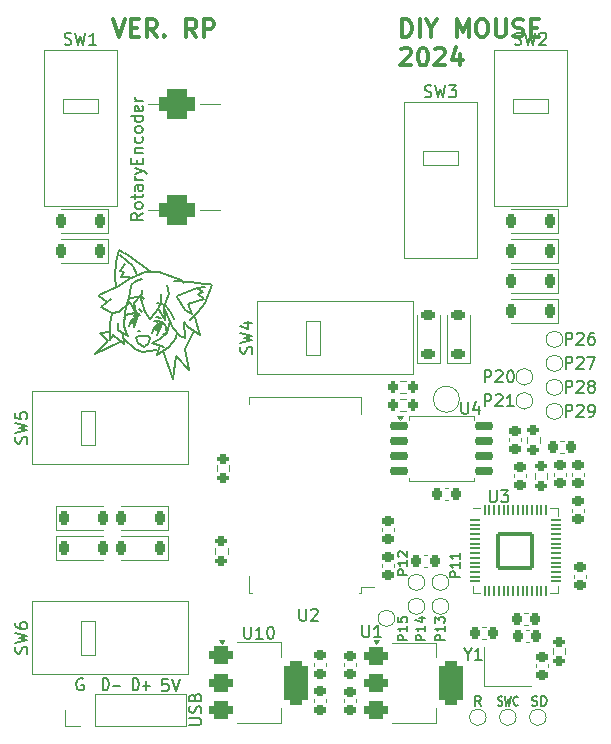
<source format=gbr>
%TF.GenerationSoftware,KiCad,Pcbnew,8.0.5*%
%TF.CreationDate,2024-10-23T01:30:23+03:00*%
%TF.ProjectId,mouse_pic,6d6f7573-655f-4706-9963-2e6b69636164,rev?*%
%TF.SameCoordinates,Original*%
%TF.FileFunction,Legend,Top*%
%TF.FilePolarity,Positive*%
%FSLAX46Y46*%
G04 Gerber Fmt 4.6, Leading zero omitted, Abs format (unit mm)*
G04 Created by KiCad (PCBNEW 8.0.5) date 2024-10-23 01:30:23*
%MOMM*%
%LPD*%
G01*
G04 APERTURE LIST*
G04 Aperture macros list*
%AMRoundRect*
0 Rectangle with rounded corners*
0 $1 Rounding radius*
0 $2 $3 $4 $5 $6 $7 $8 $9 X,Y pos of 4 corners*
0 Add a 4 corners polygon primitive as box body*
4,1,4,$2,$3,$4,$5,$6,$7,$8,$9,$2,$3,0*
0 Add four circle primitives for the rounded corners*
1,1,$1+$1,$2,$3*
1,1,$1+$1,$4,$5*
1,1,$1+$1,$6,$7*
1,1,$1+$1,$8,$9*
0 Add four rect primitives between the rounded corners*
20,1,$1+$1,$2,$3,$4,$5,0*
20,1,$1+$1,$4,$5,$6,$7,0*
20,1,$1+$1,$6,$7,$8,$9,0*
20,1,$1+$1,$8,$9,$2,$3,0*%
G04 Aperture macros list end*
%ADD10C,0.150000*%
%ADD11C,0.300000*%
%ADD12C,0.120000*%
%ADD13C,0.100000*%
%ADD14RoundRect,0.225000X0.225000X0.375000X-0.225000X0.375000X-0.225000X-0.375000X0.225000X-0.375000X0*%
%ADD15RoundRect,0.225000X0.250000X-0.225000X0.250000X0.225000X-0.250000X0.225000X-0.250000X-0.225000X0*%
%ADD16C,1.000000*%
%ADD17C,2.200000*%
%ADD18RoundRect,0.225000X0.375000X-0.225000X0.375000X0.225000X-0.375000X0.225000X-0.375000X-0.225000X0*%
%ADD19RoundRect,0.200000X-0.275000X0.200000X-0.275000X-0.200000X0.275000X-0.200000X0.275000X0.200000X0*%
%ADD20R,1.400000X1.200000*%
%ADD21RoundRect,0.050000X-0.387500X-0.050000X0.387500X-0.050000X0.387500X0.050000X-0.387500X0.050000X0*%
%ADD22RoundRect,0.050000X-0.050000X-0.387500X0.050000X-0.387500X0.050000X0.387500X-0.050000X0.387500X0*%
%ADD23RoundRect,0.144000X-1.456000X-1.456000X1.456000X-1.456000X1.456000X1.456000X-1.456000X1.456000X0*%
%ADD24R,2.200000X2.200000*%
%ADD25RoundRect,0.200000X0.275000X-0.200000X0.275000X0.200000X-0.275000X0.200000X-0.275000X-0.200000X0*%
%ADD26RoundRect,0.225000X-0.250000X0.225000X-0.250000X-0.225000X0.250000X-0.225000X0.250000X0.225000X0*%
%ADD27R,1.200000X1.200000*%
%ADD28C,1.200000*%
%ADD29RoundRect,0.225000X-0.225000X-0.250000X0.225000X-0.250000X0.225000X0.250000X-0.225000X0.250000X0*%
%ADD30RoundRect,0.375000X-0.625000X-0.375000X0.625000X-0.375000X0.625000X0.375000X-0.625000X0.375000X0*%
%ADD31RoundRect,0.500000X-0.500000X-1.400000X0.500000X-1.400000X0.500000X1.400000X-0.500000X1.400000X0*%
%ADD32RoundRect,0.225000X0.225000X0.250000X-0.225000X0.250000X-0.225000X-0.250000X0.225000X-0.250000X0*%
%ADD33RoundRect,0.225000X-0.225000X-0.375000X0.225000X-0.375000X0.225000X0.375000X-0.225000X0.375000X0*%
%ADD34RoundRect,0.200000X-0.200000X-0.275000X0.200000X-0.275000X0.200000X0.275000X-0.200000X0.275000X0*%
%ADD35R,1.700000X1.700000*%
%ADD36O,1.700000X1.700000*%
%ADD37RoundRect,0.150000X-0.650000X-0.150000X0.650000X-0.150000X0.650000X0.150000X-0.650000X0.150000X0*%
%ADD38RoundRect,0.625000X0.875000X-0.625000X0.875000X0.625000X-0.875000X0.625000X-0.875000X-0.625000X0*%
%ADD39O,1.700000X1.400000*%
%ADD40C,1.900000*%
%ADD41RoundRect,0.200000X0.200000X0.275000X-0.200000X0.275000X-0.200000X-0.275000X0.200000X-0.275000X0*%
G04 APERTURE END LIST*
D10*
X-72881360Y59875311D02*
X-72822000Y60503000D01*
X-71229490Y56982927D02*
X-71832873Y57644702D01*
X-76327985Y63799239D02*
X-75235000Y62916000D01*
X-77365338Y56515791D02*
X-78474784Y55464737D01*
X-72967497Y57901171D02*
X-73317848Y57687067D01*
X-75035955Y58642739D02*
X-74938635Y58506491D01*
X-76367979Y61226073D02*
X-75550492Y61829456D01*
X-75970226Y58564883D02*
X-75931298Y58428635D01*
X-75023899Y55887134D02*
X-74439980Y55634102D01*
X-74938635Y60239268D02*
X-74490964Y60258732D01*
X-74312931Y56074479D02*
X-74797594Y56373218D01*
X-73064816Y57589747D02*
X-73142672Y57706531D01*
X-69727083Y59026788D02*
X-70430401Y58300666D01*
X-70837208Y55879387D02*
X-70061651Y57362474D01*
X-75658802Y58837379D02*
X-74899707Y58915235D01*
X-72544567Y58292388D02*
X-72568000Y59360000D01*
X-74439980Y55634102D02*
X-73194286Y55770350D01*
X-72733929Y58154202D02*
X-72539289Y57940099D01*
X-78474784Y55464737D02*
X-76139108Y56544987D01*
X-73059104Y62374448D02*
X-74168550Y62413375D01*
X-73187507Y58252490D02*
X-72733929Y58154202D01*
X-71599208Y55244387D02*
X-71853208Y53339387D01*
X-69963266Y58621822D02*
X-69652908Y57333278D01*
X-74473000Y60503000D02*
X-75108000Y59741000D01*
X-69324828Y61388417D02*
X-68631000Y61392000D01*
X-70837208Y55879387D02*
X-70456208Y54101387D01*
X-76370786Y64295037D02*
X-75955555Y63983614D01*
X-72539289Y57940099D02*
X-72403041Y57745459D01*
X-74473000Y60884000D02*
X-74556230Y60137808D01*
X-75133275Y58195068D02*
X-75113811Y58195068D01*
X-73960643Y56256434D02*
X-74233139Y56100722D01*
X-76630306Y63205055D02*
X-76396738Y64295037D01*
X-73615085Y56404382D02*
X-72568000Y56058000D01*
X-69723889Y60492252D02*
X-69248957Y60072372D01*
X-74981000Y61646000D02*
X-74473000Y61773000D01*
X-72568000Y59360000D02*
X-72408319Y59946825D01*
X-74977563Y58954163D02*
X-75500669Y59889401D01*
X-76476289Y57455437D02*
X-76048082Y57124549D01*
X-75500669Y59889401D02*
X-76367979Y58968252D01*
X-75926069Y63075150D02*
X-76302712Y62438649D01*
X-71472208Y60324387D02*
X-69846482Y61006159D01*
X-75971824Y62380258D02*
X-76224856Y61971514D01*
X-75011698Y56801425D02*
X-74797594Y56937673D01*
X-73162136Y57064220D02*
X-72772857Y58017954D01*
X-76018886Y56725537D02*
X-75023899Y55887134D01*
X-75288987Y58058820D02*
X-75191667Y58311851D01*
X-76224856Y61971514D02*
X-75504689Y61932586D01*
X-72972774Y56696342D02*
X-73615085Y56404382D01*
X-75172203Y58778987D02*
X-74919171Y58778987D01*
X-75795050Y57299725D02*
X-75639338Y56929909D01*
X-70879139Y58170229D02*
X-70859675Y56768823D01*
X-76476289Y58097748D02*
X-76476289Y57455437D01*
X-73785468Y56723569D02*
X-73960643Y56256434D01*
X-76048082Y57124549D02*
X-75989690Y56326526D01*
X-70570522Y59701539D02*
X-70229952Y58837814D01*
X-75489000Y60630000D02*
X-75362000Y61265000D01*
X-69248957Y60072372D02*
X-70553044Y59663629D01*
X-69315145Y60706356D02*
X-69723889Y60492252D01*
X-73123208Y57881707D02*
X-73356776Y57823315D01*
X-73064816Y58095810D02*
X-72967497Y57901171D01*
X-74797594Y56373218D02*
X-75011698Y56801425D01*
X-72907312Y56115424D02*
X-73147950Y55742607D01*
X-74535266Y60136357D02*
X-74213095Y59017664D01*
X-77020022Y58919592D02*
X-77204930Y57995053D01*
X-71853208Y53339387D02*
X-72680814Y55684215D01*
X-77963928Y59416408D02*
X-77107513Y60097647D01*
X-75362000Y61265000D02*
X-74981000Y61646000D01*
X-73259456Y58562946D02*
X-72889641Y58504554D01*
X-74938635Y58506491D02*
X-74802388Y58759523D01*
X-70456208Y54101387D02*
X-71599208Y55244387D01*
X-75108000Y59741000D02*
X-74977563Y58954163D01*
X-75113811Y58058820D02*
X-75288987Y58058820D01*
X-77204930Y57995053D02*
X-77187208Y56641387D01*
X-74401052Y62933092D02*
X-73723686Y62387568D01*
X-71711150Y61623559D02*
X-70349930Y61570081D01*
X-70229952Y58837814D02*
X-70813871Y59149238D01*
X-75663208Y60146789D02*
X-74938635Y60239268D01*
X-76367979Y58968252D02*
X-77020022Y58919592D01*
X-73712405Y58487027D02*
X-73076000Y59233000D01*
X-74802388Y58759523D02*
X-75172203Y57727932D01*
X-72078980Y59075352D02*
X-71787020Y58374649D01*
X-73076000Y59233000D02*
X-72881360Y59875311D01*
X-73317848Y57687067D02*
X-73064816Y57492427D01*
X-70859675Y56768823D02*
X-71229490Y56982927D01*
X-74490964Y60258732D02*
X-74257396Y60064092D01*
X-70813871Y59149238D02*
X-71495110Y60278148D01*
X-72344649Y57258860D02*
X-72107208Y58217969D01*
X-74899707Y58915235D02*
X-74627212Y58720595D01*
X-73590344Y57200468D02*
X-73473560Y57570283D01*
X-72403041Y57589747D02*
X-72344649Y57258860D01*
X-78036845Y57187299D02*
X-77365338Y56515791D01*
X-73187507Y58252490D02*
X-73123208Y57881707D01*
X-69846482Y61006159D02*
X-69315145Y60706356D01*
X-73356776Y57823315D02*
X-73590344Y57200468D01*
X-72194215Y56034567D02*
X-71590832Y56793662D01*
X-76495753Y57455437D02*
X-76476289Y58097748D01*
X-73045353Y57375643D02*
X-73162136Y57064220D01*
X-76782774Y62046949D02*
X-76632000Y63170000D01*
X-77187208Y56641387D02*
X-76932434Y57041319D01*
X-71910729Y57780950D02*
X-72568000Y59360000D01*
X-72772857Y58017954D02*
X-73064816Y58095810D01*
X-74168550Y62413375D02*
X-75550492Y61829456D01*
X-73473560Y57570283D02*
X-73045353Y57375643D01*
X-70884173Y61478959D02*
X-71190562Y61751600D01*
X-75489000Y60630000D02*
X-75863174Y59041750D01*
X-73167414Y55333864D02*
X-72194215Y56034567D01*
X-75055419Y58448099D02*
X-75172203Y58778987D01*
X-77399473Y59864079D02*
X-78100176Y60389606D01*
X-76302712Y62438649D02*
X-75971824Y62380258D01*
X-75536208Y57784387D02*
X-75282208Y58419387D01*
X-75929603Y63957662D02*
X-74401052Y62933092D01*
X-72408319Y59946825D02*
X-72187000Y60503000D01*
X-73902251Y56937673D02*
X-73785468Y56723569D01*
X-72344649Y57258860D02*
X-72656073Y57142076D01*
X-74797594Y56937673D02*
X-73902251Y56937673D01*
X-74213095Y59017664D02*
X-73790261Y58409171D01*
X-71590832Y56793662D02*
X-71531181Y57313814D01*
X-73187507Y58252490D02*
X-73434632Y58232058D01*
X-72187000Y60503000D02*
X-72314000Y61265000D01*
X-75863174Y59041750D02*
X-75999422Y57815520D01*
X-75282208Y58419387D02*
X-75055419Y58448099D01*
X-75191667Y58311851D02*
X-75113811Y58214532D01*
X-75074883Y58370243D02*
X-75133275Y58195068D01*
X-75639338Y56929909D02*
X-76495753Y57455437D01*
X-75999422Y57815520D02*
X-75795050Y57299725D01*
X-68546269Y61323537D02*
X-69104236Y59766419D01*
X-75658802Y58837379D02*
X-75970226Y58564883D01*
X-76630839Y61122071D02*
X-76721138Y61959360D01*
X-75113811Y58214532D02*
X-75074883Y58370243D01*
X-70606643Y57703094D02*
X-70879139Y58170229D01*
X-74919171Y58778987D02*
X-75035955Y58642739D01*
X-74743996Y59226658D02*
X-74432572Y59012555D01*
X-77196069Y57318220D02*
X-78036845Y57187299D01*
X-71832873Y57644702D02*
X-71910729Y57780950D01*
X-73076000Y59360000D02*
X-72544567Y58292388D01*
X-77020022Y58919592D02*
X-77963928Y59416408D01*
X-73147950Y55742607D02*
X-73167414Y55333864D01*
X-73356776Y57628675D02*
X-72889641Y57940099D01*
X-72105369Y62024096D02*
X-73059104Y62374448D01*
X-69846482Y61006159D02*
X-69126315Y61142407D01*
X-75989690Y56326526D02*
X-76885033Y57027229D01*
X-72344649Y57258860D02*
X-72972774Y56696342D01*
X-74802920Y57383923D02*
X-74647208Y57403387D01*
X-73064816Y57492427D02*
X-73356776Y57628675D01*
X-72403041Y57745459D02*
X-72403041Y57589747D01*
X-72519825Y59583836D02*
X-72169474Y59136165D01*
X-75235000Y62916000D02*
X-74859521Y62121415D01*
X-78119639Y60438265D02*
X-76367979Y61226073D01*
X-71190562Y61751600D02*
X-72105369Y62024096D01*
X-75172203Y57727932D02*
X-75113811Y58058820D01*
X-69516660Y57021855D02*
X-70606643Y57703094D01*
X-69101040Y59739547D02*
X-69701131Y59026788D01*
X-70349930Y61544129D02*
X-69233996Y61375441D01*
X-72889641Y57940099D02*
X-73064816Y57589747D01*
X-73187507Y59723957D02*
X-72519825Y59583836D01*
X-69652908Y57333278D02*
X-69516660Y57021855D01*
X-45786697Y25683705D02*
X-46053364Y26064658D01*
X-46243840Y25683705D02*
X-46243840Y26483705D01*
X-46243840Y26483705D02*
X-45939078Y26483705D01*
X-45939078Y26483705D02*
X-45862888Y26445610D01*
X-45862888Y26445610D02*
X-45824793Y26407515D01*
X-45824793Y26407515D02*
X-45786697Y26331324D01*
X-45786697Y26331324D02*
X-45786697Y26217039D01*
X-45786697Y26217039D02*
X-45824793Y26140848D01*
X-45824793Y26140848D02*
X-45862888Y26102753D01*
X-45862888Y26102753D02*
X-45939078Y26064658D01*
X-45939078Y26064658D02*
X-46243840Y26064658D01*
X-72263031Y27899058D02*
X-72739221Y27899058D01*
X-72739221Y27899058D02*
X-72786840Y27422868D01*
X-72786840Y27422868D02*
X-72739221Y27470487D01*
X-72739221Y27470487D02*
X-72643983Y27518106D01*
X-72643983Y27518106D02*
X-72405888Y27518106D01*
X-72405888Y27518106D02*
X-72310650Y27470487D01*
X-72310650Y27470487D02*
X-72263031Y27422868D01*
X-72263031Y27422868D02*
X-72215412Y27327630D01*
X-72215412Y27327630D02*
X-72215412Y27089535D01*
X-72215412Y27089535D02*
X-72263031Y26994297D01*
X-72263031Y26994297D02*
X-72310650Y26946677D01*
X-72310650Y26946677D02*
X-72405888Y26899058D01*
X-72405888Y26899058D02*
X-72643983Y26899058D01*
X-72643983Y26899058D02*
X-72739221Y26946677D01*
X-72739221Y26946677D02*
X-72786840Y26994297D01*
X-71929697Y27899058D02*
X-71596364Y26899058D01*
X-71596364Y26899058D02*
X-71263031Y27899058D01*
X-44288031Y25721800D02*
X-44202316Y25683705D01*
X-44202316Y25683705D02*
X-44059459Y25683705D01*
X-44059459Y25683705D02*
X-44002316Y25721800D01*
X-44002316Y25721800D02*
X-43973745Y25759896D01*
X-43973745Y25759896D02*
X-43945174Y25836086D01*
X-43945174Y25836086D02*
X-43945174Y25912277D01*
X-43945174Y25912277D02*
X-43973745Y25988467D01*
X-43973745Y25988467D02*
X-44002316Y26026562D01*
X-44002316Y26026562D02*
X-44059459Y26064658D01*
X-44059459Y26064658D02*
X-44173745Y26102753D01*
X-44173745Y26102753D02*
X-44230888Y26140848D01*
X-44230888Y26140848D02*
X-44259459Y26178943D01*
X-44259459Y26178943D02*
X-44288031Y26255134D01*
X-44288031Y26255134D02*
X-44288031Y26331324D01*
X-44288031Y26331324D02*
X-44259459Y26407515D01*
X-44259459Y26407515D02*
X-44230888Y26445610D01*
X-44230888Y26445610D02*
X-44173745Y26483705D01*
X-44173745Y26483705D02*
X-44030888Y26483705D01*
X-44030888Y26483705D02*
X-43945174Y26445610D01*
X-43745173Y26483705D02*
X-43602316Y25683705D01*
X-43602316Y25683705D02*
X-43488030Y26255134D01*
X-43488030Y26255134D02*
X-43373745Y25683705D01*
X-43373745Y25683705D02*
X-43230887Y26483705D01*
X-42659459Y25759896D02*
X-42688031Y25721800D01*
X-42688031Y25721800D02*
X-42773745Y25683705D01*
X-42773745Y25683705D02*
X-42830888Y25683705D01*
X-42830888Y25683705D02*
X-42916602Y25721800D01*
X-42916602Y25721800D02*
X-42973745Y25797991D01*
X-42973745Y25797991D02*
X-43002316Y25874181D01*
X-43002316Y25874181D02*
X-43030888Y26026562D01*
X-43030888Y26026562D02*
X-43030888Y26140848D01*
X-43030888Y26140848D02*
X-43002316Y26293229D01*
X-43002316Y26293229D02*
X-42973745Y26369420D01*
X-42973745Y26369420D02*
X-42916602Y26445610D01*
X-42916602Y26445610D02*
X-42830888Y26483705D01*
X-42830888Y26483705D02*
X-42773745Y26483705D01*
X-42773745Y26483705D02*
X-42688031Y26445610D01*
X-42688031Y26445610D02*
X-42659459Y26407515D01*
X-79449318Y27930562D02*
X-79544556Y27978181D01*
X-79544556Y27978181D02*
X-79687413Y27978181D01*
X-79687413Y27978181D02*
X-79830270Y27930562D01*
X-79830270Y27930562D02*
X-79925508Y27835324D01*
X-79925508Y27835324D02*
X-79973127Y27740086D01*
X-79973127Y27740086D02*
X-80020746Y27549610D01*
X-80020746Y27549610D02*
X-80020746Y27406753D01*
X-80020746Y27406753D02*
X-79973127Y27216277D01*
X-79973127Y27216277D02*
X-79925508Y27121039D01*
X-79925508Y27121039D02*
X-79830270Y27025800D01*
X-79830270Y27025800D02*
X-79687413Y26978181D01*
X-79687413Y26978181D02*
X-79592175Y26978181D01*
X-79592175Y26978181D02*
X-79449318Y27025800D01*
X-79449318Y27025800D02*
X-79401699Y27073420D01*
X-79401699Y27073420D02*
X-79401699Y27406753D01*
X-79401699Y27406753D02*
X-79592175Y27406753D01*
D11*
X-52455490Y82294088D02*
X-52455490Y83794088D01*
X-52455490Y83794088D02*
X-52098347Y83794088D01*
X-52098347Y83794088D02*
X-51884061Y83722659D01*
X-51884061Y83722659D02*
X-51741204Y83579802D01*
X-51741204Y83579802D02*
X-51669775Y83436945D01*
X-51669775Y83436945D02*
X-51598347Y83151231D01*
X-51598347Y83151231D02*
X-51598347Y82936945D01*
X-51598347Y82936945D02*
X-51669775Y82651231D01*
X-51669775Y82651231D02*
X-51741204Y82508374D01*
X-51741204Y82508374D02*
X-51884061Y82365516D01*
X-51884061Y82365516D02*
X-52098347Y82294088D01*
X-52098347Y82294088D02*
X-52455490Y82294088D01*
X-50955490Y82294088D02*
X-50955490Y83794088D01*
X-49955489Y83008374D02*
X-49955489Y82294088D01*
X-50455489Y83794088D02*
X-49955489Y83008374D01*
X-49955489Y83008374D02*
X-49455489Y83794088D01*
X-47812633Y82294088D02*
X-47812633Y83794088D01*
X-47812633Y83794088D02*
X-47312633Y82722659D01*
X-47312633Y82722659D02*
X-46812633Y83794088D01*
X-46812633Y83794088D02*
X-46812633Y82294088D01*
X-45812632Y83794088D02*
X-45526918Y83794088D01*
X-45526918Y83794088D02*
X-45384061Y83722659D01*
X-45384061Y83722659D02*
X-45241204Y83579802D01*
X-45241204Y83579802D02*
X-45169775Y83294088D01*
X-45169775Y83294088D02*
X-45169775Y82794088D01*
X-45169775Y82794088D02*
X-45241204Y82508374D01*
X-45241204Y82508374D02*
X-45384061Y82365516D01*
X-45384061Y82365516D02*
X-45526918Y82294088D01*
X-45526918Y82294088D02*
X-45812632Y82294088D01*
X-45812632Y82294088D02*
X-45955489Y82365516D01*
X-45955489Y82365516D02*
X-46098347Y82508374D01*
X-46098347Y82508374D02*
X-46169775Y82794088D01*
X-46169775Y82794088D02*
X-46169775Y83294088D01*
X-46169775Y83294088D02*
X-46098347Y83579802D01*
X-46098347Y83579802D02*
X-45955489Y83722659D01*
X-45955489Y83722659D02*
X-45812632Y83794088D01*
X-44526918Y83794088D02*
X-44526918Y82579802D01*
X-44526918Y82579802D02*
X-44455489Y82436945D01*
X-44455489Y82436945D02*
X-44384060Y82365516D01*
X-44384060Y82365516D02*
X-44241203Y82294088D01*
X-44241203Y82294088D02*
X-43955489Y82294088D01*
X-43955489Y82294088D02*
X-43812632Y82365516D01*
X-43812632Y82365516D02*
X-43741203Y82436945D01*
X-43741203Y82436945D02*
X-43669775Y82579802D01*
X-43669775Y82579802D02*
X-43669775Y83794088D01*
X-43026917Y82365516D02*
X-42812631Y82294088D01*
X-42812631Y82294088D02*
X-42455489Y82294088D01*
X-42455489Y82294088D02*
X-42312631Y82365516D01*
X-42312631Y82365516D02*
X-42241203Y82436945D01*
X-42241203Y82436945D02*
X-42169774Y82579802D01*
X-42169774Y82579802D02*
X-42169774Y82722659D01*
X-42169774Y82722659D02*
X-42241203Y82865516D01*
X-42241203Y82865516D02*
X-42312631Y82936945D01*
X-42312631Y82936945D02*
X-42455489Y83008374D01*
X-42455489Y83008374D02*
X-42741203Y83079802D01*
X-42741203Y83079802D02*
X-42884060Y83151231D01*
X-42884060Y83151231D02*
X-42955489Y83222659D01*
X-42955489Y83222659D02*
X-43026917Y83365516D01*
X-43026917Y83365516D02*
X-43026917Y83508374D01*
X-43026917Y83508374D02*
X-42955489Y83651231D01*
X-42955489Y83651231D02*
X-42884060Y83722659D01*
X-42884060Y83722659D02*
X-42741203Y83794088D01*
X-42741203Y83794088D02*
X-42384060Y83794088D01*
X-42384060Y83794088D02*
X-42169774Y83722659D01*
X-41526918Y83079802D02*
X-41026918Y83079802D01*
X-40812632Y82294088D02*
X-41526918Y82294088D01*
X-41526918Y82294088D02*
X-41526918Y83794088D01*
X-41526918Y83794088D02*
X-40812632Y83794088D01*
X-52526918Y81236315D02*
X-52455490Y81307743D01*
X-52455490Y81307743D02*
X-52312632Y81379172D01*
X-52312632Y81379172D02*
X-51955490Y81379172D01*
X-51955490Y81379172D02*
X-51812632Y81307743D01*
X-51812632Y81307743D02*
X-51741204Y81236315D01*
X-51741204Y81236315D02*
X-51669775Y81093458D01*
X-51669775Y81093458D02*
X-51669775Y80950600D01*
X-51669775Y80950600D02*
X-51741204Y80736315D01*
X-51741204Y80736315D02*
X-52598347Y79879172D01*
X-52598347Y79879172D02*
X-51669775Y79879172D01*
X-50741204Y81379172D02*
X-50598347Y81379172D01*
X-50598347Y81379172D02*
X-50455490Y81307743D01*
X-50455490Y81307743D02*
X-50384061Y81236315D01*
X-50384061Y81236315D02*
X-50312633Y81093458D01*
X-50312633Y81093458D02*
X-50241204Y80807743D01*
X-50241204Y80807743D02*
X-50241204Y80450600D01*
X-50241204Y80450600D02*
X-50312633Y80164886D01*
X-50312633Y80164886D02*
X-50384061Y80022029D01*
X-50384061Y80022029D02*
X-50455490Y79950600D01*
X-50455490Y79950600D02*
X-50598347Y79879172D01*
X-50598347Y79879172D02*
X-50741204Y79879172D01*
X-50741204Y79879172D02*
X-50884061Y79950600D01*
X-50884061Y79950600D02*
X-50955490Y80022029D01*
X-50955490Y80022029D02*
X-51026919Y80164886D01*
X-51026919Y80164886D02*
X-51098347Y80450600D01*
X-51098347Y80450600D02*
X-51098347Y80807743D01*
X-51098347Y80807743D02*
X-51026919Y81093458D01*
X-51026919Y81093458D02*
X-50955490Y81236315D01*
X-50955490Y81236315D02*
X-50884061Y81307743D01*
X-50884061Y81307743D02*
X-50741204Y81379172D01*
X-49669776Y81236315D02*
X-49598348Y81307743D01*
X-49598348Y81307743D02*
X-49455490Y81379172D01*
X-49455490Y81379172D02*
X-49098348Y81379172D01*
X-49098348Y81379172D02*
X-48955490Y81307743D01*
X-48955490Y81307743D02*
X-48884062Y81236315D01*
X-48884062Y81236315D02*
X-48812633Y81093458D01*
X-48812633Y81093458D02*
X-48812633Y80950600D01*
X-48812633Y80950600D02*
X-48884062Y80736315D01*
X-48884062Y80736315D02*
X-49741205Y79879172D01*
X-49741205Y79879172D02*
X-48812633Y79879172D01*
X-47526919Y80879172D02*
X-47526919Y79879172D01*
X-47884062Y81450600D02*
X-48241205Y80379172D01*
X-48241205Y80379172D02*
X-47312634Y80379172D01*
D10*
X-75194746Y26978181D02*
X-75194746Y27978181D01*
X-75194746Y27978181D02*
X-75004270Y27978181D01*
X-75004270Y27978181D02*
X-74889984Y27930562D01*
X-74889984Y27930562D02*
X-74813794Y27835324D01*
X-74813794Y27835324D02*
X-74775699Y27740086D01*
X-74775699Y27740086D02*
X-74737603Y27549610D01*
X-74737603Y27549610D02*
X-74737603Y27406753D01*
X-74737603Y27406753D02*
X-74775699Y27216277D01*
X-74775699Y27216277D02*
X-74813794Y27121039D01*
X-74813794Y27121039D02*
X-74889984Y27025800D01*
X-74889984Y27025800D02*
X-75004270Y26978181D01*
X-75004270Y26978181D02*
X-75194746Y26978181D01*
X-74394746Y27359134D02*
X-73785222Y27359134D01*
X-74089984Y26978181D02*
X-74089984Y27740086D01*
X-77734746Y26992414D02*
X-77734746Y27992414D01*
X-77734746Y27992414D02*
X-77544270Y27992414D01*
X-77544270Y27992414D02*
X-77429984Y27944795D01*
X-77429984Y27944795D02*
X-77353794Y27849557D01*
X-77353794Y27849557D02*
X-77315699Y27754319D01*
X-77315699Y27754319D02*
X-77277603Y27563843D01*
X-77277603Y27563843D02*
X-77277603Y27420986D01*
X-77277603Y27420986D02*
X-77315699Y27230510D01*
X-77315699Y27230510D02*
X-77353794Y27135272D01*
X-77353794Y27135272D02*
X-77429984Y27040033D01*
X-77429984Y27040033D02*
X-77544270Y26992414D01*
X-77544270Y26992414D02*
X-77734746Y26992414D01*
X-76934746Y27373367D02*
X-76325222Y27373367D01*
X-41455936Y25721800D02*
X-41341650Y25683705D01*
X-41341650Y25683705D02*
X-41151174Y25683705D01*
X-41151174Y25683705D02*
X-41074983Y25721800D01*
X-41074983Y25721800D02*
X-41036888Y25759896D01*
X-41036888Y25759896D02*
X-40998793Y25836086D01*
X-40998793Y25836086D02*
X-40998793Y25912277D01*
X-40998793Y25912277D02*
X-41036888Y25988467D01*
X-41036888Y25988467D02*
X-41074983Y26026562D01*
X-41074983Y26026562D02*
X-41151174Y26064658D01*
X-41151174Y26064658D02*
X-41303555Y26102753D01*
X-41303555Y26102753D02*
X-41379745Y26140848D01*
X-41379745Y26140848D02*
X-41417840Y26178943D01*
X-41417840Y26178943D02*
X-41455936Y26255134D01*
X-41455936Y26255134D02*
X-41455936Y26331324D01*
X-41455936Y26331324D02*
X-41417840Y26407515D01*
X-41417840Y26407515D02*
X-41379745Y26445610D01*
X-41379745Y26445610D02*
X-41303555Y26483705D01*
X-41303555Y26483705D02*
X-41113078Y26483705D01*
X-41113078Y26483705D02*
X-40998793Y26445610D01*
X-40655935Y25683705D02*
X-40655935Y26483705D01*
X-40655935Y26483705D02*
X-40465459Y26483705D01*
X-40465459Y26483705D02*
X-40351173Y26445610D01*
X-40351173Y26445610D02*
X-40274983Y26369420D01*
X-40274983Y26369420D02*
X-40236888Y26293229D01*
X-40236888Y26293229D02*
X-40198792Y26140848D01*
X-40198792Y26140848D02*
X-40198792Y26026562D01*
X-40198792Y26026562D02*
X-40236888Y25874181D01*
X-40236888Y25874181D02*
X-40274983Y25797991D01*
X-40274983Y25797991D02*
X-40351173Y25721800D01*
X-40351173Y25721800D02*
X-40465459Y25683705D01*
X-40465459Y25683705D02*
X-40655935Y25683705D01*
D11*
X-76926775Y83792172D02*
X-76426775Y82292172D01*
X-76426775Y82292172D02*
X-75926775Y83792172D01*
X-75426776Y83077886D02*
X-74926776Y83077886D01*
X-74712490Y82292172D02*
X-75426776Y82292172D01*
X-75426776Y82292172D02*
X-75426776Y83792172D01*
X-75426776Y83792172D02*
X-74712490Y83792172D01*
X-73212490Y82292172D02*
X-73712490Y83006458D01*
X-74069633Y82292172D02*
X-74069633Y83792172D01*
X-74069633Y83792172D02*
X-73498204Y83792172D01*
X-73498204Y83792172D02*
X-73355347Y83720743D01*
X-73355347Y83720743D02*
X-73283918Y83649315D01*
X-73283918Y83649315D02*
X-73212490Y83506458D01*
X-73212490Y83506458D02*
X-73212490Y83292172D01*
X-73212490Y83292172D02*
X-73283918Y83149315D01*
X-73283918Y83149315D02*
X-73355347Y83077886D01*
X-73355347Y83077886D02*
X-73498204Y83006458D01*
X-73498204Y83006458D02*
X-74069633Y83006458D01*
X-72569633Y82435029D02*
X-72498204Y82363600D01*
X-72498204Y82363600D02*
X-72569633Y82292172D01*
X-72569633Y82292172D02*
X-72641061Y82363600D01*
X-72641061Y82363600D02*
X-72569633Y82435029D01*
X-72569633Y82435029D02*
X-72569633Y82292172D01*
X-69855347Y82292172D02*
X-70355347Y83006458D01*
X-70712490Y82292172D02*
X-70712490Y83792172D01*
X-70712490Y83792172D02*
X-70141061Y83792172D01*
X-70141061Y83792172D02*
X-69998204Y83720743D01*
X-69998204Y83720743D02*
X-69926775Y83649315D01*
X-69926775Y83649315D02*
X-69855347Y83506458D01*
X-69855347Y83506458D02*
X-69855347Y83292172D01*
X-69855347Y83292172D02*
X-69926775Y83149315D01*
X-69926775Y83149315D02*
X-69998204Y83077886D01*
X-69998204Y83077886D02*
X-70141061Y83006458D01*
X-70141061Y83006458D02*
X-70712490Y83006458D01*
X-69212490Y82292172D02*
X-69212490Y83792172D01*
X-69212490Y83792172D02*
X-68641061Y83792172D01*
X-68641061Y83792172D02*
X-68498204Y83720743D01*
X-68498204Y83720743D02*
X-68426775Y83649315D01*
X-68426775Y83649315D02*
X-68355347Y83506458D01*
X-68355347Y83506458D02*
X-68355347Y83292172D01*
X-68355347Y83292172D02*
X-68426775Y83149315D01*
X-68426775Y83149315D02*
X-68498204Y83077886D01*
X-68498204Y83077886D02*
X-68641061Y83006458D01*
X-68641061Y83006458D02*
X-69212490Y83006458D01*
D10*
X-50488705Y31210572D02*
X-51288705Y31210572D01*
X-51288705Y31210572D02*
X-51288705Y31515334D01*
X-51288705Y31515334D02*
X-51250610Y31591524D01*
X-51250610Y31591524D02*
X-51212515Y31629619D01*
X-51212515Y31629619D02*
X-51136324Y31667715D01*
X-51136324Y31667715D02*
X-51022039Y31667715D01*
X-51022039Y31667715D02*
X-50945848Y31629619D01*
X-50945848Y31629619D02*
X-50907753Y31591524D01*
X-50907753Y31591524D02*
X-50869658Y31515334D01*
X-50869658Y31515334D02*
X-50869658Y31210572D01*
X-50488705Y32429619D02*
X-50488705Y31972476D01*
X-50488705Y32201048D02*
X-51288705Y32201048D01*
X-51288705Y32201048D02*
X-51174420Y32124857D01*
X-51174420Y32124857D02*
X-51098229Y32048667D01*
X-51098229Y32048667D02*
X-51060134Y31972476D01*
X-51022039Y33115334D02*
X-50488705Y33115334D01*
X-51326800Y32924858D02*
X-50755372Y32734381D01*
X-50755372Y32734381D02*
X-50755372Y33229620D01*
X-47578501Y36578964D02*
X-48378501Y36578964D01*
X-48378501Y36578964D02*
X-48378501Y36883726D01*
X-48378501Y36883726D02*
X-48340406Y36959916D01*
X-48340406Y36959916D02*
X-48302311Y36998011D01*
X-48302311Y36998011D02*
X-48226120Y37036107D01*
X-48226120Y37036107D02*
X-48111835Y37036107D01*
X-48111835Y37036107D02*
X-48035644Y36998011D01*
X-48035644Y36998011D02*
X-47997549Y36959916D01*
X-47997549Y36959916D02*
X-47959454Y36883726D01*
X-47959454Y36883726D02*
X-47959454Y36578964D01*
X-47578501Y37798011D02*
X-47578501Y37340868D01*
X-47578501Y37569440D02*
X-48378501Y37569440D01*
X-48378501Y37569440D02*
X-48264216Y37493249D01*
X-48264216Y37493249D02*
X-48188025Y37417059D01*
X-48188025Y37417059D02*
X-48149930Y37340868D01*
X-47578501Y38559916D02*
X-47578501Y38102773D01*
X-47578501Y38331345D02*
X-48378501Y38331345D01*
X-48378501Y38331345D02*
X-48264216Y38255154D01*
X-48264216Y38255154D02*
X-48188025Y38178964D01*
X-48188025Y38178964D02*
X-48149930Y38102773D01*
X-46882191Y30044372D02*
X-46882191Y29568181D01*
X-47215524Y30568181D02*
X-46882191Y30044372D01*
X-46882191Y30044372D02*
X-46548858Y30568181D01*
X-45691715Y29568181D02*
X-46263143Y29568181D01*
X-45977429Y29568181D02*
X-45977429Y30568181D01*
X-45977429Y30568181D02*
X-46072667Y30425324D01*
X-46072667Y30425324D02*
X-46167905Y30330086D01*
X-46167905Y30330086D02*
X-46263143Y30282467D01*
X-45008905Y43903181D02*
X-45008905Y43093658D01*
X-45008905Y43093658D02*
X-44961286Y42998420D01*
X-44961286Y42998420D02*
X-44913667Y42950800D01*
X-44913667Y42950800D02*
X-44818429Y42903181D01*
X-44818429Y42903181D02*
X-44627953Y42903181D01*
X-44627953Y42903181D02*
X-44532715Y42950800D01*
X-44532715Y42950800D02*
X-44485096Y42998420D01*
X-44485096Y42998420D02*
X-44437477Y43093658D01*
X-44437477Y43093658D02*
X-44437477Y43903181D01*
X-44056524Y43903181D02*
X-43437477Y43903181D01*
X-43437477Y43903181D02*
X-43770810Y43522229D01*
X-43770810Y43522229D02*
X-43627953Y43522229D01*
X-43627953Y43522229D02*
X-43532715Y43474610D01*
X-43532715Y43474610D02*
X-43485096Y43426991D01*
X-43485096Y43426991D02*
X-43437477Y43331753D01*
X-43437477Y43331753D02*
X-43437477Y43093658D01*
X-43437477Y43093658D02*
X-43485096Y42998420D01*
X-43485096Y42998420D02*
X-43532715Y42950800D01*
X-43532715Y42950800D02*
X-43627953Y42903181D01*
X-43627953Y42903181D02*
X-43913667Y42903181D01*
X-43913667Y42903181D02*
X-44008905Y42950800D01*
X-44008905Y42950800D02*
X-44056524Y42998420D01*
X-42913333Y81685800D02*
X-42770476Y81638181D01*
X-42770476Y81638181D02*
X-42532381Y81638181D01*
X-42532381Y81638181D02*
X-42437143Y81685800D01*
X-42437143Y81685800D02*
X-42389524Y81733420D01*
X-42389524Y81733420D02*
X-42341905Y81828658D01*
X-42341905Y81828658D02*
X-42341905Y81923896D01*
X-42341905Y81923896D02*
X-42389524Y82019134D01*
X-42389524Y82019134D02*
X-42437143Y82066753D01*
X-42437143Y82066753D02*
X-42532381Y82114372D01*
X-42532381Y82114372D02*
X-42722857Y82161991D01*
X-42722857Y82161991D02*
X-42818095Y82209610D01*
X-42818095Y82209610D02*
X-42865714Y82257229D01*
X-42865714Y82257229D02*
X-42913333Y82352467D01*
X-42913333Y82352467D02*
X-42913333Y82447705D01*
X-42913333Y82447705D02*
X-42865714Y82542943D01*
X-42865714Y82542943D02*
X-42818095Y82590562D01*
X-42818095Y82590562D02*
X-42722857Y82638181D01*
X-42722857Y82638181D02*
X-42484762Y82638181D01*
X-42484762Y82638181D02*
X-42341905Y82590562D01*
X-42008571Y82638181D02*
X-41770476Y81638181D01*
X-41770476Y81638181D02*
X-41580000Y82352467D01*
X-41580000Y82352467D02*
X-41389524Y81638181D01*
X-41389524Y81638181D02*
X-41151428Y82638181D01*
X-40818095Y82542943D02*
X-40770476Y82590562D01*
X-40770476Y82590562D02*
X-40675238Y82638181D01*
X-40675238Y82638181D02*
X-40437143Y82638181D01*
X-40437143Y82638181D02*
X-40341905Y82590562D01*
X-40341905Y82590562D02*
X-40294286Y82542943D01*
X-40294286Y82542943D02*
X-40246667Y82447705D01*
X-40246667Y82447705D02*
X-40246667Y82352467D01*
X-40246667Y82352467D02*
X-40294286Y82209610D01*
X-40294286Y82209610D02*
X-40865714Y81638181D01*
X-40865714Y81638181D02*
X-40246667Y81638181D01*
X-50533333Y77240800D02*
X-50390476Y77193181D01*
X-50390476Y77193181D02*
X-50152381Y77193181D01*
X-50152381Y77193181D02*
X-50057143Y77240800D01*
X-50057143Y77240800D02*
X-50009524Y77288420D01*
X-50009524Y77288420D02*
X-49961905Y77383658D01*
X-49961905Y77383658D02*
X-49961905Y77478896D01*
X-49961905Y77478896D02*
X-50009524Y77574134D01*
X-50009524Y77574134D02*
X-50057143Y77621753D01*
X-50057143Y77621753D02*
X-50152381Y77669372D01*
X-50152381Y77669372D02*
X-50342857Y77716991D01*
X-50342857Y77716991D02*
X-50438095Y77764610D01*
X-50438095Y77764610D02*
X-50485714Y77812229D01*
X-50485714Y77812229D02*
X-50533333Y77907467D01*
X-50533333Y77907467D02*
X-50533333Y78002705D01*
X-50533333Y78002705D02*
X-50485714Y78097943D01*
X-50485714Y78097943D02*
X-50438095Y78145562D01*
X-50438095Y78145562D02*
X-50342857Y78193181D01*
X-50342857Y78193181D02*
X-50104762Y78193181D01*
X-50104762Y78193181D02*
X-49961905Y78145562D01*
X-49628571Y78193181D02*
X-49390476Y77193181D01*
X-49390476Y77193181D02*
X-49200000Y77907467D01*
X-49200000Y77907467D02*
X-49009524Y77193181D01*
X-49009524Y77193181D02*
X-48771428Y78193181D01*
X-48485714Y78193181D02*
X-47866667Y78193181D01*
X-47866667Y78193181D02*
X-48200000Y77812229D01*
X-48200000Y77812229D02*
X-48057143Y77812229D01*
X-48057143Y77812229D02*
X-47961905Y77764610D01*
X-47961905Y77764610D02*
X-47914286Y77716991D01*
X-47914286Y77716991D02*
X-47866667Y77621753D01*
X-47866667Y77621753D02*
X-47866667Y77383658D01*
X-47866667Y77383658D02*
X-47914286Y77288420D01*
X-47914286Y77288420D02*
X-47961905Y77240800D01*
X-47961905Y77240800D02*
X-48057143Y77193181D01*
X-48057143Y77193181D02*
X-48342857Y77193181D01*
X-48342857Y77193181D02*
X-48438095Y77240800D01*
X-48438095Y77240800D02*
X-48485714Y77288420D01*
X-61137905Y33870181D02*
X-61137905Y33060658D01*
X-61137905Y33060658D02*
X-61090286Y32965420D01*
X-61090286Y32965420D02*
X-61042667Y32917800D01*
X-61042667Y32917800D02*
X-60947429Y32870181D01*
X-60947429Y32870181D02*
X-60756953Y32870181D01*
X-60756953Y32870181D02*
X-60661715Y32917800D01*
X-60661715Y32917800D02*
X-60614096Y32965420D01*
X-60614096Y32965420D02*
X-60566477Y33060658D01*
X-60566477Y33060658D02*
X-60566477Y33870181D01*
X-60137905Y33774943D02*
X-60090286Y33822562D01*
X-60090286Y33822562D02*
X-59995048Y33870181D01*
X-59995048Y33870181D02*
X-59756953Y33870181D01*
X-59756953Y33870181D02*
X-59661715Y33822562D01*
X-59661715Y33822562D02*
X-59614096Y33774943D01*
X-59614096Y33774943D02*
X-59566477Y33679705D01*
X-59566477Y33679705D02*
X-59566477Y33584467D01*
X-59566477Y33584467D02*
X-59614096Y33441610D01*
X-59614096Y33441610D02*
X-60185524Y32870181D01*
X-60185524Y32870181D02*
X-59566477Y32870181D01*
X-38603286Y56232181D02*
X-38603286Y57232181D01*
X-38603286Y57232181D02*
X-38222334Y57232181D01*
X-38222334Y57232181D02*
X-38127096Y57184562D01*
X-38127096Y57184562D02*
X-38079477Y57136943D01*
X-38079477Y57136943D02*
X-38031858Y57041705D01*
X-38031858Y57041705D02*
X-38031858Y56898848D01*
X-38031858Y56898848D02*
X-38079477Y56803610D01*
X-38079477Y56803610D02*
X-38127096Y56755991D01*
X-38127096Y56755991D02*
X-38222334Y56708372D01*
X-38222334Y56708372D02*
X-38603286Y56708372D01*
X-37650905Y57136943D02*
X-37603286Y57184562D01*
X-37603286Y57184562D02*
X-37508048Y57232181D01*
X-37508048Y57232181D02*
X-37269953Y57232181D01*
X-37269953Y57232181D02*
X-37174715Y57184562D01*
X-37174715Y57184562D02*
X-37127096Y57136943D01*
X-37127096Y57136943D02*
X-37079477Y57041705D01*
X-37079477Y57041705D02*
X-37079477Y56946467D01*
X-37079477Y56946467D02*
X-37127096Y56803610D01*
X-37127096Y56803610D02*
X-37698524Y56232181D01*
X-37698524Y56232181D02*
X-37079477Y56232181D01*
X-36222334Y57232181D02*
X-36412810Y57232181D01*
X-36412810Y57232181D02*
X-36508048Y57184562D01*
X-36508048Y57184562D02*
X-36555667Y57136943D01*
X-36555667Y57136943D02*
X-36650905Y56994086D01*
X-36650905Y56994086D02*
X-36698524Y56803610D01*
X-36698524Y56803610D02*
X-36698524Y56422658D01*
X-36698524Y56422658D02*
X-36650905Y56327420D01*
X-36650905Y56327420D02*
X-36603286Y56279800D01*
X-36603286Y56279800D02*
X-36508048Y56232181D01*
X-36508048Y56232181D02*
X-36317572Y56232181D01*
X-36317572Y56232181D02*
X-36222334Y56279800D01*
X-36222334Y56279800D02*
X-36174715Y56327420D01*
X-36174715Y56327420D02*
X-36127096Y56422658D01*
X-36127096Y56422658D02*
X-36127096Y56660753D01*
X-36127096Y56660753D02*
X-36174715Y56755991D01*
X-36174715Y56755991D02*
X-36222334Y56803610D01*
X-36222334Y56803610D02*
X-36317572Y56851229D01*
X-36317572Y56851229D02*
X-36508048Y56851229D01*
X-36508048Y56851229D02*
X-36603286Y56803610D01*
X-36603286Y56803610D02*
X-36650905Y56755991D01*
X-36650905Y56755991D02*
X-36698524Y56660753D01*
X-38603286Y50142181D02*
X-38603286Y51142181D01*
X-38603286Y51142181D02*
X-38222334Y51142181D01*
X-38222334Y51142181D02*
X-38127096Y51094562D01*
X-38127096Y51094562D02*
X-38079477Y51046943D01*
X-38079477Y51046943D02*
X-38031858Y50951705D01*
X-38031858Y50951705D02*
X-38031858Y50808848D01*
X-38031858Y50808848D02*
X-38079477Y50713610D01*
X-38079477Y50713610D02*
X-38127096Y50665991D01*
X-38127096Y50665991D02*
X-38222334Y50618372D01*
X-38222334Y50618372D02*
X-38603286Y50618372D01*
X-37650905Y51046943D02*
X-37603286Y51094562D01*
X-37603286Y51094562D02*
X-37508048Y51142181D01*
X-37508048Y51142181D02*
X-37269953Y51142181D01*
X-37269953Y51142181D02*
X-37174715Y51094562D01*
X-37174715Y51094562D02*
X-37127096Y51046943D01*
X-37127096Y51046943D02*
X-37079477Y50951705D01*
X-37079477Y50951705D02*
X-37079477Y50856467D01*
X-37079477Y50856467D02*
X-37127096Y50713610D01*
X-37127096Y50713610D02*
X-37698524Y50142181D01*
X-37698524Y50142181D02*
X-37079477Y50142181D01*
X-36603286Y50142181D02*
X-36412810Y50142181D01*
X-36412810Y50142181D02*
X-36317572Y50189800D01*
X-36317572Y50189800D02*
X-36269953Y50237420D01*
X-36269953Y50237420D02*
X-36174715Y50380277D01*
X-36174715Y50380277D02*
X-36127096Y50570753D01*
X-36127096Y50570753D02*
X-36127096Y50951705D01*
X-36127096Y50951705D02*
X-36174715Y51046943D01*
X-36174715Y51046943D02*
X-36222334Y51094562D01*
X-36222334Y51094562D02*
X-36317572Y51142181D01*
X-36317572Y51142181D02*
X-36508048Y51142181D01*
X-36508048Y51142181D02*
X-36603286Y51094562D01*
X-36603286Y51094562D02*
X-36650905Y51046943D01*
X-36650905Y51046943D02*
X-36698524Y50951705D01*
X-36698524Y50951705D02*
X-36698524Y50713610D01*
X-36698524Y50713610D02*
X-36650905Y50618372D01*
X-36650905Y50618372D02*
X-36603286Y50570753D01*
X-36603286Y50570753D02*
X-36508048Y50523134D01*
X-36508048Y50523134D02*
X-36317572Y50523134D01*
X-36317572Y50523134D02*
X-36222334Y50570753D01*
X-36222334Y50570753D02*
X-36174715Y50618372D01*
X-36174715Y50618372D02*
X-36127096Y50713610D01*
X-65805095Y32346181D02*
X-65805095Y31536658D01*
X-65805095Y31536658D02*
X-65757476Y31441420D01*
X-65757476Y31441420D02*
X-65709857Y31393800D01*
X-65709857Y31393800D02*
X-65614619Y31346181D01*
X-65614619Y31346181D02*
X-65424143Y31346181D01*
X-65424143Y31346181D02*
X-65328905Y31393800D01*
X-65328905Y31393800D02*
X-65281286Y31441420D01*
X-65281286Y31441420D02*
X-65233667Y31536658D01*
X-65233667Y31536658D02*
X-65233667Y32346181D01*
X-64233667Y31346181D02*
X-64805095Y31346181D01*
X-64519381Y31346181D02*
X-64519381Y32346181D01*
X-64519381Y32346181D02*
X-64614619Y32203324D01*
X-64614619Y32203324D02*
X-64709857Y32108086D01*
X-64709857Y32108086D02*
X-64805095Y32060467D01*
X-63614619Y32346181D02*
X-63519381Y32346181D01*
X-63519381Y32346181D02*
X-63424143Y32298562D01*
X-63424143Y32298562D02*
X-63376524Y32250943D01*
X-63376524Y32250943D02*
X-63328905Y32155705D01*
X-63328905Y32155705D02*
X-63281286Y31965229D01*
X-63281286Y31965229D02*
X-63281286Y31727134D01*
X-63281286Y31727134D02*
X-63328905Y31536658D01*
X-63328905Y31536658D02*
X-63376524Y31441420D01*
X-63376524Y31441420D02*
X-63424143Y31393800D01*
X-63424143Y31393800D02*
X-63519381Y31346181D01*
X-63519381Y31346181D02*
X-63614619Y31346181D01*
X-63614619Y31346181D02*
X-63709857Y31393800D01*
X-63709857Y31393800D02*
X-63757476Y31441420D01*
X-63757476Y31441420D02*
X-63805095Y31536658D01*
X-63805095Y31536658D02*
X-63852714Y31727134D01*
X-63852714Y31727134D02*
X-63852714Y31965229D01*
X-63852714Y31965229D02*
X-63805095Y32155705D01*
X-63805095Y32155705D02*
X-63757476Y32250943D01*
X-63757476Y32250943D02*
X-63709857Y32298562D01*
X-63709857Y32298562D02*
X-63614619Y32346181D01*
X-84225800Y47866668D02*
X-84178181Y48009525D01*
X-84178181Y48009525D02*
X-84178181Y48247620D01*
X-84178181Y48247620D02*
X-84225800Y48342858D01*
X-84225800Y48342858D02*
X-84273420Y48390477D01*
X-84273420Y48390477D02*
X-84368658Y48438096D01*
X-84368658Y48438096D02*
X-84463896Y48438096D01*
X-84463896Y48438096D02*
X-84559134Y48390477D01*
X-84559134Y48390477D02*
X-84606753Y48342858D01*
X-84606753Y48342858D02*
X-84654372Y48247620D01*
X-84654372Y48247620D02*
X-84701991Y48057144D01*
X-84701991Y48057144D02*
X-84749610Y47961906D01*
X-84749610Y47961906D02*
X-84797229Y47914287D01*
X-84797229Y47914287D02*
X-84892467Y47866668D01*
X-84892467Y47866668D02*
X-84987705Y47866668D01*
X-84987705Y47866668D02*
X-85082943Y47914287D01*
X-85082943Y47914287D02*
X-85130562Y47961906D01*
X-85130562Y47961906D02*
X-85178181Y48057144D01*
X-85178181Y48057144D02*
X-85178181Y48295239D01*
X-85178181Y48295239D02*
X-85130562Y48438096D01*
X-85178181Y48771430D02*
X-84178181Y49009525D01*
X-84178181Y49009525D02*
X-84892467Y49200001D01*
X-84892467Y49200001D02*
X-84178181Y49390477D01*
X-84178181Y49390477D02*
X-85178181Y49628572D01*
X-85178181Y50485715D02*
X-85178181Y50009525D01*
X-85178181Y50009525D02*
X-84701991Y49961906D01*
X-84701991Y49961906D02*
X-84749610Y50009525D01*
X-84749610Y50009525D02*
X-84797229Y50104763D01*
X-84797229Y50104763D02*
X-84797229Y50342858D01*
X-84797229Y50342858D02*
X-84749610Y50438096D01*
X-84749610Y50438096D02*
X-84701991Y50485715D01*
X-84701991Y50485715D02*
X-84606753Y50533334D01*
X-84606753Y50533334D02*
X-84368658Y50533334D01*
X-84368658Y50533334D02*
X-84273420Y50485715D01*
X-84273420Y50485715D02*
X-84225800Y50438096D01*
X-84225800Y50438096D02*
X-84178181Y50342858D01*
X-84178181Y50342858D02*
X-84178181Y50104763D01*
X-84178181Y50104763D02*
X-84225800Y50009525D01*
X-84225800Y50009525D02*
X-84273420Y49961906D01*
X-84225800Y30086668D02*
X-84178181Y30229525D01*
X-84178181Y30229525D02*
X-84178181Y30467620D01*
X-84178181Y30467620D02*
X-84225800Y30562858D01*
X-84225800Y30562858D02*
X-84273420Y30610477D01*
X-84273420Y30610477D02*
X-84368658Y30658096D01*
X-84368658Y30658096D02*
X-84463896Y30658096D01*
X-84463896Y30658096D02*
X-84559134Y30610477D01*
X-84559134Y30610477D02*
X-84606753Y30562858D01*
X-84606753Y30562858D02*
X-84654372Y30467620D01*
X-84654372Y30467620D02*
X-84701991Y30277144D01*
X-84701991Y30277144D02*
X-84749610Y30181906D01*
X-84749610Y30181906D02*
X-84797229Y30134287D01*
X-84797229Y30134287D02*
X-84892467Y30086668D01*
X-84892467Y30086668D02*
X-84987705Y30086668D01*
X-84987705Y30086668D02*
X-85082943Y30134287D01*
X-85082943Y30134287D02*
X-85130562Y30181906D01*
X-85130562Y30181906D02*
X-85178181Y30277144D01*
X-85178181Y30277144D02*
X-85178181Y30515239D01*
X-85178181Y30515239D02*
X-85130562Y30658096D01*
X-85178181Y30991430D02*
X-84178181Y31229525D01*
X-84178181Y31229525D02*
X-84892467Y31420001D01*
X-84892467Y31420001D02*
X-84178181Y31610477D01*
X-84178181Y31610477D02*
X-85178181Y31848572D01*
X-85178181Y32658096D02*
X-85178181Y32467620D01*
X-85178181Y32467620D02*
X-85130562Y32372382D01*
X-85130562Y32372382D02*
X-85082943Y32324763D01*
X-85082943Y32324763D02*
X-84940086Y32229525D01*
X-84940086Y32229525D02*
X-84749610Y32181906D01*
X-84749610Y32181906D02*
X-84368658Y32181906D01*
X-84368658Y32181906D02*
X-84273420Y32229525D01*
X-84273420Y32229525D02*
X-84225800Y32277144D01*
X-84225800Y32277144D02*
X-84178181Y32372382D01*
X-84178181Y32372382D02*
X-84178181Y32562858D01*
X-84178181Y32562858D02*
X-84225800Y32658096D01*
X-84225800Y32658096D02*
X-84273420Y32705715D01*
X-84273420Y32705715D02*
X-84368658Y32753334D01*
X-84368658Y32753334D02*
X-84606753Y32753334D01*
X-84606753Y32753334D02*
X-84701991Y32705715D01*
X-84701991Y32705715D02*
X-84749610Y32658096D01*
X-84749610Y32658096D02*
X-84797229Y32562858D01*
X-84797229Y32562858D02*
X-84797229Y32372382D01*
X-84797229Y32372382D02*
X-84749610Y32277144D01*
X-84749610Y32277144D02*
X-84701991Y32229525D01*
X-84701991Y32229525D02*
X-84606753Y32181906D01*
X-38603286Y54206181D02*
X-38603286Y55206181D01*
X-38603286Y55206181D02*
X-38222334Y55206181D01*
X-38222334Y55206181D02*
X-38127096Y55158562D01*
X-38127096Y55158562D02*
X-38079477Y55110943D01*
X-38079477Y55110943D02*
X-38031858Y55015705D01*
X-38031858Y55015705D02*
X-38031858Y54872848D01*
X-38031858Y54872848D02*
X-38079477Y54777610D01*
X-38079477Y54777610D02*
X-38127096Y54729991D01*
X-38127096Y54729991D02*
X-38222334Y54682372D01*
X-38222334Y54682372D02*
X-38603286Y54682372D01*
X-37650905Y55110943D02*
X-37603286Y55158562D01*
X-37603286Y55158562D02*
X-37508048Y55206181D01*
X-37508048Y55206181D02*
X-37269953Y55206181D01*
X-37269953Y55206181D02*
X-37174715Y55158562D01*
X-37174715Y55158562D02*
X-37127096Y55110943D01*
X-37127096Y55110943D02*
X-37079477Y55015705D01*
X-37079477Y55015705D02*
X-37079477Y54920467D01*
X-37079477Y54920467D02*
X-37127096Y54777610D01*
X-37127096Y54777610D02*
X-37698524Y54206181D01*
X-37698524Y54206181D02*
X-37079477Y54206181D01*
X-36746143Y55206181D02*
X-36079477Y55206181D01*
X-36079477Y55206181D02*
X-36508048Y54206181D01*
X-48837705Y31210572D02*
X-49637705Y31210572D01*
X-49637705Y31210572D02*
X-49637705Y31515334D01*
X-49637705Y31515334D02*
X-49599610Y31591524D01*
X-49599610Y31591524D02*
X-49561515Y31629619D01*
X-49561515Y31629619D02*
X-49485324Y31667715D01*
X-49485324Y31667715D02*
X-49371039Y31667715D01*
X-49371039Y31667715D02*
X-49294848Y31629619D01*
X-49294848Y31629619D02*
X-49256753Y31591524D01*
X-49256753Y31591524D02*
X-49218658Y31515334D01*
X-49218658Y31515334D02*
X-49218658Y31210572D01*
X-48837705Y32429619D02*
X-48837705Y31972476D01*
X-48837705Y32201048D02*
X-49637705Y32201048D01*
X-49637705Y32201048D02*
X-49523420Y32124857D01*
X-49523420Y32124857D02*
X-49447229Y32048667D01*
X-49447229Y32048667D02*
X-49409134Y31972476D01*
X-49637705Y32696286D02*
X-49637705Y33191524D01*
X-49637705Y33191524D02*
X-49332943Y32924858D01*
X-49332943Y32924858D02*
X-49332943Y33039143D01*
X-49332943Y33039143D02*
X-49294848Y33115334D01*
X-49294848Y33115334D02*
X-49256753Y33153429D01*
X-49256753Y33153429D02*
X-49180562Y33191524D01*
X-49180562Y33191524D02*
X-48990086Y33191524D01*
X-48990086Y33191524D02*
X-48913896Y33153429D01*
X-48913896Y33153429D02*
X-48875800Y33115334D01*
X-48875800Y33115334D02*
X-48837705Y33039143D01*
X-48837705Y33039143D02*
X-48837705Y32810572D01*
X-48837705Y32810572D02*
X-48875800Y32734381D01*
X-48875800Y32734381D02*
X-48913896Y32696286D01*
X-52012705Y31210572D02*
X-52812705Y31210572D01*
X-52812705Y31210572D02*
X-52812705Y31515334D01*
X-52812705Y31515334D02*
X-52774610Y31591524D01*
X-52774610Y31591524D02*
X-52736515Y31629619D01*
X-52736515Y31629619D02*
X-52660324Y31667715D01*
X-52660324Y31667715D02*
X-52546039Y31667715D01*
X-52546039Y31667715D02*
X-52469848Y31629619D01*
X-52469848Y31629619D02*
X-52431753Y31591524D01*
X-52431753Y31591524D02*
X-52393658Y31515334D01*
X-52393658Y31515334D02*
X-52393658Y31210572D01*
X-52012705Y32429619D02*
X-52012705Y31972476D01*
X-52012705Y32201048D02*
X-52812705Y32201048D01*
X-52812705Y32201048D02*
X-52698420Y32124857D01*
X-52698420Y32124857D02*
X-52622229Y32048667D01*
X-52622229Y32048667D02*
X-52584134Y31972476D01*
X-52812705Y33153429D02*
X-52812705Y32772477D01*
X-52812705Y32772477D02*
X-52431753Y32734381D01*
X-52431753Y32734381D02*
X-52469848Y32772477D01*
X-52469848Y32772477D02*
X-52507943Y32848667D01*
X-52507943Y32848667D02*
X-52507943Y33039143D01*
X-52507943Y33039143D02*
X-52469848Y33115334D01*
X-52469848Y33115334D02*
X-52431753Y33153429D01*
X-52431753Y33153429D02*
X-52355562Y33191524D01*
X-52355562Y33191524D02*
X-52165086Y33191524D01*
X-52165086Y33191524D02*
X-52088896Y33153429D01*
X-52088896Y33153429D02*
X-52050800Y33115334D01*
X-52050800Y33115334D02*
X-52012705Y33039143D01*
X-52012705Y33039143D02*
X-52012705Y32848667D01*
X-52012705Y32848667D02*
X-52050800Y32772477D01*
X-52050800Y32772477D02*
X-52088896Y32734381D01*
X-70446181Y24062096D02*
X-69636658Y24062096D01*
X-69636658Y24062096D02*
X-69541420Y24109715D01*
X-69541420Y24109715D02*
X-69493800Y24157334D01*
X-69493800Y24157334D02*
X-69446181Y24252572D01*
X-69446181Y24252572D02*
X-69446181Y24443048D01*
X-69446181Y24443048D02*
X-69493800Y24538286D01*
X-69493800Y24538286D02*
X-69541420Y24585905D01*
X-69541420Y24585905D02*
X-69636658Y24633524D01*
X-69636658Y24633524D02*
X-70446181Y24633524D01*
X-69493800Y25062096D02*
X-69446181Y25204953D01*
X-69446181Y25204953D02*
X-69446181Y25443048D01*
X-69446181Y25443048D02*
X-69493800Y25538286D01*
X-69493800Y25538286D02*
X-69541420Y25585905D01*
X-69541420Y25585905D02*
X-69636658Y25633524D01*
X-69636658Y25633524D02*
X-69731896Y25633524D01*
X-69731896Y25633524D02*
X-69827134Y25585905D01*
X-69827134Y25585905D02*
X-69874753Y25538286D01*
X-69874753Y25538286D02*
X-69922372Y25443048D01*
X-69922372Y25443048D02*
X-69969991Y25252572D01*
X-69969991Y25252572D02*
X-70017610Y25157334D01*
X-70017610Y25157334D02*
X-70065229Y25109715D01*
X-70065229Y25109715D02*
X-70160467Y25062096D01*
X-70160467Y25062096D02*
X-70255705Y25062096D01*
X-70255705Y25062096D02*
X-70350943Y25109715D01*
X-70350943Y25109715D02*
X-70398562Y25157334D01*
X-70398562Y25157334D02*
X-70446181Y25252572D01*
X-70446181Y25252572D02*
X-70446181Y25490667D01*
X-70446181Y25490667D02*
X-70398562Y25633524D01*
X-69969991Y26395429D02*
X-69922372Y26538286D01*
X-69922372Y26538286D02*
X-69874753Y26585905D01*
X-69874753Y26585905D02*
X-69779515Y26633524D01*
X-69779515Y26633524D02*
X-69636658Y26633524D01*
X-69636658Y26633524D02*
X-69541420Y26585905D01*
X-69541420Y26585905D02*
X-69493800Y26538286D01*
X-69493800Y26538286D02*
X-69446181Y26443048D01*
X-69446181Y26443048D02*
X-69446181Y26062096D01*
X-69446181Y26062096D02*
X-70446181Y26062096D01*
X-70446181Y26062096D02*
X-70446181Y26395429D01*
X-70446181Y26395429D02*
X-70398562Y26490667D01*
X-70398562Y26490667D02*
X-70350943Y26538286D01*
X-70350943Y26538286D02*
X-70255705Y26585905D01*
X-70255705Y26585905D02*
X-70160467Y26585905D01*
X-70160467Y26585905D02*
X-70065229Y26538286D01*
X-70065229Y26538286D02*
X-70017610Y26490667D01*
X-70017610Y26490667D02*
X-69969991Y26395429D01*
X-69969991Y26395429D02*
X-69969991Y26062096D01*
X-65175800Y55486668D02*
X-65128181Y55629525D01*
X-65128181Y55629525D02*
X-65128181Y55867620D01*
X-65128181Y55867620D02*
X-65175800Y55962858D01*
X-65175800Y55962858D02*
X-65223420Y56010477D01*
X-65223420Y56010477D02*
X-65318658Y56058096D01*
X-65318658Y56058096D02*
X-65413896Y56058096D01*
X-65413896Y56058096D02*
X-65509134Y56010477D01*
X-65509134Y56010477D02*
X-65556753Y55962858D01*
X-65556753Y55962858D02*
X-65604372Y55867620D01*
X-65604372Y55867620D02*
X-65651991Y55677144D01*
X-65651991Y55677144D02*
X-65699610Y55581906D01*
X-65699610Y55581906D02*
X-65747229Y55534287D01*
X-65747229Y55534287D02*
X-65842467Y55486668D01*
X-65842467Y55486668D02*
X-65937705Y55486668D01*
X-65937705Y55486668D02*
X-66032943Y55534287D01*
X-66032943Y55534287D02*
X-66080562Y55581906D01*
X-66080562Y55581906D02*
X-66128181Y55677144D01*
X-66128181Y55677144D02*
X-66128181Y55915239D01*
X-66128181Y55915239D02*
X-66080562Y56058096D01*
X-66128181Y56391430D02*
X-65128181Y56629525D01*
X-65128181Y56629525D02*
X-65842467Y56820001D01*
X-65842467Y56820001D02*
X-65128181Y57010477D01*
X-65128181Y57010477D02*
X-66128181Y57248572D01*
X-65794848Y58058096D02*
X-65128181Y58058096D01*
X-66175800Y57820001D02*
X-65461515Y57581906D01*
X-65461515Y57581906D02*
X-65461515Y58200953D01*
X-47421905Y51396181D02*
X-47421905Y50586658D01*
X-47421905Y50586658D02*
X-47374286Y50491420D01*
X-47374286Y50491420D02*
X-47326667Y50443800D01*
X-47326667Y50443800D02*
X-47231429Y50396181D01*
X-47231429Y50396181D02*
X-47040953Y50396181D01*
X-47040953Y50396181D02*
X-46945715Y50443800D01*
X-46945715Y50443800D02*
X-46898096Y50491420D01*
X-46898096Y50491420D02*
X-46850477Y50586658D01*
X-46850477Y50586658D02*
X-46850477Y51396181D01*
X-45945715Y51062848D02*
X-45945715Y50396181D01*
X-46183810Y51443800D02*
X-46421905Y50729515D01*
X-46421905Y50729515D02*
X-45802858Y50729515D01*
X-38603286Y52174181D02*
X-38603286Y53174181D01*
X-38603286Y53174181D02*
X-38222334Y53174181D01*
X-38222334Y53174181D02*
X-38127096Y53126562D01*
X-38127096Y53126562D02*
X-38079477Y53078943D01*
X-38079477Y53078943D02*
X-38031858Y52983705D01*
X-38031858Y52983705D02*
X-38031858Y52840848D01*
X-38031858Y52840848D02*
X-38079477Y52745610D01*
X-38079477Y52745610D02*
X-38127096Y52697991D01*
X-38127096Y52697991D02*
X-38222334Y52650372D01*
X-38222334Y52650372D02*
X-38603286Y52650372D01*
X-37650905Y53078943D02*
X-37603286Y53126562D01*
X-37603286Y53126562D02*
X-37508048Y53174181D01*
X-37508048Y53174181D02*
X-37269953Y53174181D01*
X-37269953Y53174181D02*
X-37174715Y53126562D01*
X-37174715Y53126562D02*
X-37127096Y53078943D01*
X-37127096Y53078943D02*
X-37079477Y52983705D01*
X-37079477Y52983705D02*
X-37079477Y52888467D01*
X-37079477Y52888467D02*
X-37127096Y52745610D01*
X-37127096Y52745610D02*
X-37698524Y52174181D01*
X-37698524Y52174181D02*
X-37079477Y52174181D01*
X-36508048Y52745610D02*
X-36603286Y52793229D01*
X-36603286Y52793229D02*
X-36650905Y52840848D01*
X-36650905Y52840848D02*
X-36698524Y52936086D01*
X-36698524Y52936086D02*
X-36698524Y52983705D01*
X-36698524Y52983705D02*
X-36650905Y53078943D01*
X-36650905Y53078943D02*
X-36603286Y53126562D01*
X-36603286Y53126562D02*
X-36508048Y53174181D01*
X-36508048Y53174181D02*
X-36317572Y53174181D01*
X-36317572Y53174181D02*
X-36222334Y53126562D01*
X-36222334Y53126562D02*
X-36174715Y53078943D01*
X-36174715Y53078943D02*
X-36127096Y52983705D01*
X-36127096Y52983705D02*
X-36127096Y52936086D01*
X-36127096Y52936086D02*
X-36174715Y52840848D01*
X-36174715Y52840848D02*
X-36222334Y52793229D01*
X-36222334Y52793229D02*
X-36317572Y52745610D01*
X-36317572Y52745610D02*
X-36508048Y52745610D01*
X-36508048Y52745610D02*
X-36603286Y52697991D01*
X-36603286Y52697991D02*
X-36650905Y52650372D01*
X-36650905Y52650372D02*
X-36698524Y52555134D01*
X-36698524Y52555134D02*
X-36698524Y52364658D01*
X-36698524Y52364658D02*
X-36650905Y52269420D01*
X-36650905Y52269420D02*
X-36603286Y52221800D01*
X-36603286Y52221800D02*
X-36508048Y52174181D01*
X-36508048Y52174181D02*
X-36317572Y52174181D01*
X-36317572Y52174181D02*
X-36222334Y52221800D01*
X-36222334Y52221800D02*
X-36174715Y52269420D01*
X-36174715Y52269420D02*
X-36127096Y52364658D01*
X-36127096Y52364658D02*
X-36127096Y52555134D01*
X-36127096Y52555134D02*
X-36174715Y52650372D01*
X-36174715Y52650372D02*
X-36222334Y52697991D01*
X-36222334Y52697991D02*
X-36317572Y52745610D01*
X-45461286Y53063181D02*
X-45461286Y54063181D01*
X-45461286Y54063181D02*
X-45080334Y54063181D01*
X-45080334Y54063181D02*
X-44985096Y54015562D01*
X-44985096Y54015562D02*
X-44937477Y53967943D01*
X-44937477Y53967943D02*
X-44889858Y53872705D01*
X-44889858Y53872705D02*
X-44889858Y53729848D01*
X-44889858Y53729848D02*
X-44937477Y53634610D01*
X-44937477Y53634610D02*
X-44985096Y53586991D01*
X-44985096Y53586991D02*
X-45080334Y53539372D01*
X-45080334Y53539372D02*
X-45461286Y53539372D01*
X-44508905Y53967943D02*
X-44461286Y54015562D01*
X-44461286Y54015562D02*
X-44366048Y54063181D01*
X-44366048Y54063181D02*
X-44127953Y54063181D01*
X-44127953Y54063181D02*
X-44032715Y54015562D01*
X-44032715Y54015562D02*
X-43985096Y53967943D01*
X-43985096Y53967943D02*
X-43937477Y53872705D01*
X-43937477Y53872705D02*
X-43937477Y53777467D01*
X-43937477Y53777467D02*
X-43985096Y53634610D01*
X-43985096Y53634610D02*
X-44556524Y53063181D01*
X-44556524Y53063181D02*
X-43937477Y53063181D01*
X-43318429Y54063181D02*
X-43223191Y54063181D01*
X-43223191Y54063181D02*
X-43127953Y54015562D01*
X-43127953Y54015562D02*
X-43080334Y53967943D01*
X-43080334Y53967943D02*
X-43032715Y53872705D01*
X-43032715Y53872705D02*
X-42985096Y53682229D01*
X-42985096Y53682229D02*
X-42985096Y53444134D01*
X-42985096Y53444134D02*
X-43032715Y53253658D01*
X-43032715Y53253658D02*
X-43080334Y53158420D01*
X-43080334Y53158420D02*
X-43127953Y53110800D01*
X-43127953Y53110800D02*
X-43223191Y53063181D01*
X-43223191Y53063181D02*
X-43318429Y53063181D01*
X-43318429Y53063181D02*
X-43413667Y53110800D01*
X-43413667Y53110800D02*
X-43461286Y53158420D01*
X-43461286Y53158420D02*
X-43508905Y53253658D01*
X-43508905Y53253658D02*
X-43556524Y53444134D01*
X-43556524Y53444134D02*
X-43556524Y53682229D01*
X-43556524Y53682229D02*
X-43508905Y53872705D01*
X-43508905Y53872705D02*
X-43461286Y53967943D01*
X-43461286Y53967943D02*
X-43413667Y54015562D01*
X-43413667Y54015562D02*
X-43318429Y54063181D01*
X-45461286Y51031181D02*
X-45461286Y52031181D01*
X-45461286Y52031181D02*
X-45080334Y52031181D01*
X-45080334Y52031181D02*
X-44985096Y51983562D01*
X-44985096Y51983562D02*
X-44937477Y51935943D01*
X-44937477Y51935943D02*
X-44889858Y51840705D01*
X-44889858Y51840705D02*
X-44889858Y51697848D01*
X-44889858Y51697848D02*
X-44937477Y51602610D01*
X-44937477Y51602610D02*
X-44985096Y51554991D01*
X-44985096Y51554991D02*
X-45080334Y51507372D01*
X-45080334Y51507372D02*
X-45461286Y51507372D01*
X-44508905Y51935943D02*
X-44461286Y51983562D01*
X-44461286Y51983562D02*
X-44366048Y52031181D01*
X-44366048Y52031181D02*
X-44127953Y52031181D01*
X-44127953Y52031181D02*
X-44032715Y51983562D01*
X-44032715Y51983562D02*
X-43985096Y51935943D01*
X-43985096Y51935943D02*
X-43937477Y51840705D01*
X-43937477Y51840705D02*
X-43937477Y51745467D01*
X-43937477Y51745467D02*
X-43985096Y51602610D01*
X-43985096Y51602610D02*
X-44556524Y51031181D01*
X-44556524Y51031181D02*
X-43937477Y51031181D01*
X-42985096Y51031181D02*
X-43556524Y51031181D01*
X-43270810Y51031181D02*
X-43270810Y52031181D01*
X-43270810Y52031181D02*
X-43366048Y51888324D01*
X-43366048Y51888324D02*
X-43461286Y51793086D01*
X-43461286Y51793086D02*
X-43556524Y51745467D01*
X-81013333Y81685800D02*
X-80870476Y81638181D01*
X-80870476Y81638181D02*
X-80632381Y81638181D01*
X-80632381Y81638181D02*
X-80537143Y81685800D01*
X-80537143Y81685800D02*
X-80489524Y81733420D01*
X-80489524Y81733420D02*
X-80441905Y81828658D01*
X-80441905Y81828658D02*
X-80441905Y81923896D01*
X-80441905Y81923896D02*
X-80489524Y82019134D01*
X-80489524Y82019134D02*
X-80537143Y82066753D01*
X-80537143Y82066753D02*
X-80632381Y82114372D01*
X-80632381Y82114372D02*
X-80822857Y82161991D01*
X-80822857Y82161991D02*
X-80918095Y82209610D01*
X-80918095Y82209610D02*
X-80965714Y82257229D01*
X-80965714Y82257229D02*
X-81013333Y82352467D01*
X-81013333Y82352467D02*
X-81013333Y82447705D01*
X-81013333Y82447705D02*
X-80965714Y82542943D01*
X-80965714Y82542943D02*
X-80918095Y82590562D01*
X-80918095Y82590562D02*
X-80822857Y82638181D01*
X-80822857Y82638181D02*
X-80584762Y82638181D01*
X-80584762Y82638181D02*
X-80441905Y82590562D01*
X-80108571Y82638181D02*
X-79870476Y81638181D01*
X-79870476Y81638181D02*
X-79680000Y82352467D01*
X-79680000Y82352467D02*
X-79489524Y81638181D01*
X-79489524Y81638181D02*
X-79251428Y82638181D01*
X-78346667Y81638181D02*
X-78918095Y81638181D01*
X-78632381Y81638181D02*
X-78632381Y82638181D01*
X-78632381Y82638181D02*
X-78727619Y82495324D01*
X-78727619Y82495324D02*
X-78822857Y82400086D01*
X-78822857Y82400086D02*
X-78918095Y82352467D01*
X-74399181Y67385380D02*
X-74875372Y67052047D01*
X-74399181Y66813952D02*
X-75399181Y66813952D01*
X-75399181Y66813952D02*
X-75399181Y67194904D01*
X-75399181Y67194904D02*
X-75351562Y67290142D01*
X-75351562Y67290142D02*
X-75303943Y67337761D01*
X-75303943Y67337761D02*
X-75208705Y67385380D01*
X-75208705Y67385380D02*
X-75065848Y67385380D01*
X-75065848Y67385380D02*
X-74970610Y67337761D01*
X-74970610Y67337761D02*
X-74922991Y67290142D01*
X-74922991Y67290142D02*
X-74875372Y67194904D01*
X-74875372Y67194904D02*
X-74875372Y66813952D01*
X-74399181Y67956809D02*
X-74446800Y67861571D01*
X-74446800Y67861571D02*
X-74494420Y67813952D01*
X-74494420Y67813952D02*
X-74589658Y67766333D01*
X-74589658Y67766333D02*
X-74875372Y67766333D01*
X-74875372Y67766333D02*
X-74970610Y67813952D01*
X-74970610Y67813952D02*
X-75018229Y67861571D01*
X-75018229Y67861571D02*
X-75065848Y67956809D01*
X-75065848Y67956809D02*
X-75065848Y68099666D01*
X-75065848Y68099666D02*
X-75018229Y68194904D01*
X-75018229Y68194904D02*
X-74970610Y68242523D01*
X-74970610Y68242523D02*
X-74875372Y68290142D01*
X-74875372Y68290142D02*
X-74589658Y68290142D01*
X-74589658Y68290142D02*
X-74494420Y68242523D01*
X-74494420Y68242523D02*
X-74446800Y68194904D01*
X-74446800Y68194904D02*
X-74399181Y68099666D01*
X-74399181Y68099666D02*
X-74399181Y67956809D01*
X-75065848Y68575857D02*
X-75065848Y68956809D01*
X-75399181Y68718714D02*
X-74542039Y68718714D01*
X-74542039Y68718714D02*
X-74446800Y68766333D01*
X-74446800Y68766333D02*
X-74399181Y68861571D01*
X-74399181Y68861571D02*
X-74399181Y68956809D01*
X-74399181Y69718714D02*
X-74922991Y69718714D01*
X-74922991Y69718714D02*
X-75018229Y69671095D01*
X-75018229Y69671095D02*
X-75065848Y69575857D01*
X-75065848Y69575857D02*
X-75065848Y69385381D01*
X-75065848Y69385381D02*
X-75018229Y69290143D01*
X-74446800Y69718714D02*
X-74399181Y69623476D01*
X-74399181Y69623476D02*
X-74399181Y69385381D01*
X-74399181Y69385381D02*
X-74446800Y69290143D01*
X-74446800Y69290143D02*
X-74542039Y69242524D01*
X-74542039Y69242524D02*
X-74637277Y69242524D01*
X-74637277Y69242524D02*
X-74732515Y69290143D01*
X-74732515Y69290143D02*
X-74780134Y69385381D01*
X-74780134Y69385381D02*
X-74780134Y69623476D01*
X-74780134Y69623476D02*
X-74827753Y69718714D01*
X-74399181Y70194905D02*
X-75065848Y70194905D01*
X-74875372Y70194905D02*
X-74970610Y70242524D01*
X-74970610Y70242524D02*
X-75018229Y70290143D01*
X-75018229Y70290143D02*
X-75065848Y70385381D01*
X-75065848Y70385381D02*
X-75065848Y70480619D01*
X-75065848Y70718715D02*
X-74399181Y70956810D01*
X-75065848Y71194905D02*
X-74399181Y70956810D01*
X-74399181Y70956810D02*
X-74161086Y70861572D01*
X-74161086Y70861572D02*
X-74113467Y70813953D01*
X-74113467Y70813953D02*
X-74065848Y70718715D01*
X-74922991Y71575858D02*
X-74922991Y71909191D01*
X-74399181Y72052048D02*
X-74399181Y71575858D01*
X-74399181Y71575858D02*
X-75399181Y71575858D01*
X-75399181Y71575858D02*
X-75399181Y72052048D01*
X-75065848Y72480620D02*
X-74399181Y72480620D01*
X-74970610Y72480620D02*
X-75018229Y72528239D01*
X-75018229Y72528239D02*
X-75065848Y72623477D01*
X-75065848Y72623477D02*
X-75065848Y72766334D01*
X-75065848Y72766334D02*
X-75018229Y72861572D01*
X-75018229Y72861572D02*
X-74922991Y72909191D01*
X-74922991Y72909191D02*
X-74399181Y72909191D01*
X-74446800Y73813953D02*
X-74399181Y73718715D01*
X-74399181Y73718715D02*
X-74399181Y73528239D01*
X-74399181Y73528239D02*
X-74446800Y73433001D01*
X-74446800Y73433001D02*
X-74494420Y73385382D01*
X-74494420Y73385382D02*
X-74589658Y73337763D01*
X-74589658Y73337763D02*
X-74875372Y73337763D01*
X-74875372Y73337763D02*
X-74970610Y73385382D01*
X-74970610Y73385382D02*
X-75018229Y73433001D01*
X-75018229Y73433001D02*
X-75065848Y73528239D01*
X-75065848Y73528239D02*
X-75065848Y73718715D01*
X-75065848Y73718715D02*
X-75018229Y73813953D01*
X-74399181Y74385382D02*
X-74446800Y74290144D01*
X-74446800Y74290144D02*
X-74494420Y74242525D01*
X-74494420Y74242525D02*
X-74589658Y74194906D01*
X-74589658Y74194906D02*
X-74875372Y74194906D01*
X-74875372Y74194906D02*
X-74970610Y74242525D01*
X-74970610Y74242525D02*
X-75018229Y74290144D01*
X-75018229Y74290144D02*
X-75065848Y74385382D01*
X-75065848Y74385382D02*
X-75065848Y74528239D01*
X-75065848Y74528239D02*
X-75018229Y74623477D01*
X-75018229Y74623477D02*
X-74970610Y74671096D01*
X-74970610Y74671096D02*
X-74875372Y74718715D01*
X-74875372Y74718715D02*
X-74589658Y74718715D01*
X-74589658Y74718715D02*
X-74494420Y74671096D01*
X-74494420Y74671096D02*
X-74446800Y74623477D01*
X-74446800Y74623477D02*
X-74399181Y74528239D01*
X-74399181Y74528239D02*
X-74399181Y74385382D01*
X-74399181Y75575858D02*
X-75399181Y75575858D01*
X-74446800Y75575858D02*
X-74399181Y75480620D01*
X-74399181Y75480620D02*
X-74399181Y75290144D01*
X-74399181Y75290144D02*
X-74446800Y75194906D01*
X-74446800Y75194906D02*
X-74494420Y75147287D01*
X-74494420Y75147287D02*
X-74589658Y75099668D01*
X-74589658Y75099668D02*
X-74875372Y75099668D01*
X-74875372Y75099668D02*
X-74970610Y75147287D01*
X-74970610Y75147287D02*
X-75018229Y75194906D01*
X-75018229Y75194906D02*
X-75065848Y75290144D01*
X-75065848Y75290144D02*
X-75065848Y75480620D01*
X-75065848Y75480620D02*
X-75018229Y75575858D01*
X-74446800Y76433001D02*
X-74399181Y76337763D01*
X-74399181Y76337763D02*
X-74399181Y76147287D01*
X-74399181Y76147287D02*
X-74446800Y76052049D01*
X-74446800Y76052049D02*
X-74542039Y76004430D01*
X-74542039Y76004430D02*
X-74922991Y76004430D01*
X-74922991Y76004430D02*
X-75018229Y76052049D01*
X-75018229Y76052049D02*
X-75065848Y76147287D01*
X-75065848Y76147287D02*
X-75065848Y76337763D01*
X-75065848Y76337763D02*
X-75018229Y76433001D01*
X-75018229Y76433001D02*
X-74922991Y76480620D01*
X-74922991Y76480620D02*
X-74827753Y76480620D01*
X-74827753Y76480620D02*
X-74732515Y76004430D01*
X-74399181Y76909192D02*
X-75065848Y76909192D01*
X-74875372Y76909192D02*
X-74970610Y76956811D01*
X-74970610Y76956811D02*
X-75018229Y77004430D01*
X-75018229Y77004430D02*
X-75065848Y77099668D01*
X-75065848Y77099668D02*
X-75065848Y77194906D01*
X-55803905Y32473181D02*
X-55803905Y31663658D01*
X-55803905Y31663658D02*
X-55756286Y31568420D01*
X-55756286Y31568420D02*
X-55708667Y31520800D01*
X-55708667Y31520800D02*
X-55613429Y31473181D01*
X-55613429Y31473181D02*
X-55422953Y31473181D01*
X-55422953Y31473181D02*
X-55327715Y31520800D01*
X-55327715Y31520800D02*
X-55280096Y31568420D01*
X-55280096Y31568420D02*
X-55232477Y31663658D01*
X-55232477Y31663658D02*
X-55232477Y32473181D01*
X-54232477Y31473181D02*
X-54803905Y31473181D01*
X-54518191Y31473181D02*
X-54518191Y32473181D01*
X-54518191Y32473181D02*
X-54613429Y32330324D01*
X-54613429Y32330324D02*
X-54708667Y32235086D01*
X-54708667Y32235086D02*
X-54803905Y32187467D01*
X-52019206Y36752898D02*
X-52819206Y36752898D01*
X-52819206Y36752898D02*
X-52819206Y37057660D01*
X-52819206Y37057660D02*
X-52781111Y37133850D01*
X-52781111Y37133850D02*
X-52743016Y37171945D01*
X-52743016Y37171945D02*
X-52666825Y37210041D01*
X-52666825Y37210041D02*
X-52552540Y37210041D01*
X-52552540Y37210041D02*
X-52476349Y37171945D01*
X-52476349Y37171945D02*
X-52438254Y37133850D01*
X-52438254Y37133850D02*
X-52400159Y37057660D01*
X-52400159Y37057660D02*
X-52400159Y36752898D01*
X-52019206Y37971945D02*
X-52019206Y37514802D01*
X-52019206Y37743374D02*
X-52819206Y37743374D01*
X-52819206Y37743374D02*
X-52704921Y37667183D01*
X-52704921Y37667183D02*
X-52628730Y37590993D01*
X-52628730Y37590993D02*
X-52590635Y37514802D01*
X-52743016Y38276707D02*
X-52781111Y38314803D01*
X-52781111Y38314803D02*
X-52819206Y38390993D01*
X-52819206Y38390993D02*
X-52819206Y38581469D01*
X-52819206Y38581469D02*
X-52781111Y38657660D01*
X-52781111Y38657660D02*
X-52743016Y38695755D01*
X-52743016Y38695755D02*
X-52666825Y38733850D01*
X-52666825Y38733850D02*
X-52590635Y38733850D01*
X-52590635Y38733850D02*
X-52476349Y38695755D01*
X-52476349Y38695755D02*
X-52019206Y38238612D01*
X-52019206Y38238612D02*
X-52019206Y38733850D01*
D12*
%TO.C,D1*%
X-77320000Y67726000D02*
X-81330000Y67726000D01*
X-77320000Y65726000D02*
X-81330000Y65726000D01*
X-77320000Y65726000D02*
X-77320000Y67726000D01*
%TO.C,C13*%
X-38026000Y45122420D02*
X-38026000Y45403580D01*
X-37006000Y45122420D02*
X-37006000Y45403580D01*
%TO.C,P14*%
X-50532000Y34087000D02*
G75*
G02*
X-51932000Y34087000I-700000J0D01*
G01*
X-51932000Y34087000D02*
G75*
G02*
X-50532000Y34087000I700000J0D01*
G01*
%TO.C,C400*%
X-59870000Y29007420D02*
X-59870000Y29288580D01*
X-58850000Y29007420D02*
X-58850000Y29288580D01*
%TO.C,D7*%
X-51216000Y54714000D02*
X-51216000Y58724000D01*
X-51216000Y54714000D02*
X-49216000Y54714000D01*
X-49216000Y54714000D02*
X-49216000Y58724000D01*
%TO.C,R4*%
X-41213500Y45373258D02*
X-41213500Y44898742D01*
X-40168500Y45373258D02*
X-40168500Y44898742D01*
%TO.C,P11*%
X-48500000Y36119000D02*
G75*
G02*
X-49900000Y36119000I-700000J0D01*
G01*
X-49900000Y36119000D02*
G75*
G02*
X-48500000Y36119000I700000J0D01*
G01*
%TO.C,Y1*%
X-45485000Y30657000D02*
X-45485000Y27357000D01*
X-45485000Y27357000D02*
X-41485000Y27357000D01*
%TO.C,U3*%
X-46455000Y35181000D02*
X-46455000Y35831000D01*
X-45805000Y42401000D02*
X-46455000Y42401000D01*
X-45805000Y35181000D02*
X-46455000Y35181000D01*
X-39885000Y42401000D02*
X-39235000Y42401000D01*
X-39885000Y35181000D02*
X-39235000Y35181000D01*
X-39235000Y42401000D02*
X-39235000Y41751000D01*
X-39235000Y35181000D02*
X-39235000Y35831000D01*
%TO.C,R3*%
X-41848500Y48421258D02*
X-41848500Y47946742D01*
X-40803500Y48421258D02*
X-40803500Y47946742D01*
%TO.C,D10*%
X-72240000Y42580000D02*
X-76250000Y42580000D01*
X-72240000Y40580000D02*
X-76250000Y40580000D01*
X-72240000Y40580000D02*
X-72240000Y42580000D01*
%TO.C,SW2*%
X-44680000Y81200000D02*
X-44680000Y68000000D01*
X-44680000Y81200000D02*
X-38480000Y81200000D01*
X-44680000Y68000000D02*
X-38480000Y68000000D01*
X-43030000Y77070000D02*
X-40130000Y77070000D01*
X-43030000Y75870000D02*
X-43030000Y77070000D01*
X-40130000Y77070000D02*
X-40130000Y75870000D01*
X-40130000Y75870000D02*
X-43030000Y75870000D01*
X-38480000Y81200000D02*
X-38480000Y68000000D01*
%TO.C,P32*%
X-40245000Y24689000D02*
G75*
G02*
X-41645000Y24689000I-700000J0D01*
G01*
X-41645000Y24689000D02*
G75*
G02*
X-40245000Y24689000I700000J0D01*
G01*
%TO.C,R1*%
X-68137500Y45533742D02*
X-68137500Y46008258D01*
X-67092500Y45533742D02*
X-67092500Y46008258D01*
%TO.C,C3*%
X-54155000Y37656580D02*
X-54155000Y37375420D01*
X-53135000Y37656580D02*
X-53135000Y37375420D01*
%TO.C,SW3*%
X-52300000Y76755000D02*
X-52300000Y63555000D01*
X-52300000Y76755000D02*
X-46100000Y76755000D01*
X-52300000Y63555000D02*
X-46100000Y63555000D01*
X-50650000Y72625000D02*
X-47750000Y72625000D01*
X-50650000Y71425000D02*
X-50650000Y72625000D01*
X-47750000Y72625000D02*
X-47750000Y71425000D01*
X-47750000Y71425000D02*
X-50650000Y71425000D01*
X-46100000Y76755000D02*
X-46100000Y63555000D01*
%TO.C,C300*%
X-41139680Y29201568D02*
X-41139680Y28920408D01*
X-40119680Y29201568D02*
X-40119680Y28920408D01*
%TO.C,C10*%
X-39550000Y45122420D02*
X-39550000Y45403580D01*
X-38530000Y45122420D02*
X-38530000Y45403580D01*
%TO.C,C1*%
X-57330000Y25945420D02*
X-57330000Y26226580D01*
X-56310000Y25945420D02*
X-56310000Y26226580D01*
%TO.C,U2*%
X-65380000Y51780000D02*
X-65380000Y51220000D01*
X-65380000Y35180000D02*
X-65380000Y36630000D01*
X-65380000Y35180000D02*
X-65130000Y35180000D01*
X-56130000Y35180000D02*
X-55880000Y35180000D01*
X-55880000Y51780000D02*
X-65380000Y51780000D01*
X-55880000Y50330000D02*
X-55880000Y51780000D01*
X-55880000Y35740000D02*
X-55880000Y35180000D01*
X-55880000Y35740000D02*
X-54780000Y35740000D01*
%TO.C,P26*%
X-38848000Y56693000D02*
G75*
G02*
X-40248000Y56693000I-700000J0D01*
G01*
X-40248000Y56693000D02*
G75*
G02*
X-38848000Y56693000I700000J0D01*
G01*
%TO.C,P29*%
X-38848000Y50597000D02*
G75*
G02*
X-40248000Y50597000I-700000J0D01*
G01*
X-40248000Y50597000D02*
G75*
G02*
X-38848000Y50597000I700000J0D01*
G01*
%TO.C,R40*%
X-68264500Y39023258D02*
X-68264500Y38548742D01*
X-67219500Y39023258D02*
X-67219500Y38548742D01*
%TO.C,C6*%
X-41977838Y32045040D02*
X-41696678Y32045040D01*
X-41977838Y31025040D02*
X-41696678Y31025040D01*
%TO.C,U10*%
X-66442000Y31034000D02*
X-62682000Y31034000D01*
X-66442000Y24214000D02*
X-62682000Y24214000D01*
X-62682000Y31034000D02*
X-62682000Y29774000D01*
X-62682000Y24214000D02*
X-62682000Y25474000D01*
X-67722000Y30934000D02*
X-67962000Y31264000D01*
X-67482000Y31264000D01*
X-67722000Y30934000D01*
G36*
X-67722000Y30934000D02*
G01*
X-67962000Y31264000D01*
X-67482000Y31264000D01*
X-67722000Y30934000D01*
G37*
%TO.C,C500*%
X-42979000Y44995420D02*
X-42979000Y45276580D01*
X-41959000Y44995420D02*
X-41959000Y45276580D01*
%TO.C,SW5*%
X-83740000Y52300000D02*
X-70540000Y52300000D01*
X-83740000Y46100000D02*
X-83740000Y52300000D01*
X-83740000Y46100000D02*
X-70540000Y46100000D01*
X-79610000Y50650000D02*
X-78410000Y50650000D01*
X-79610000Y47750000D02*
X-79610000Y50650000D01*
X-78410000Y50650000D02*
X-78410000Y47750000D01*
X-78410000Y47750000D02*
X-79610000Y47750000D01*
X-70540000Y46100000D02*
X-70540000Y52300000D01*
%TO.C,SW6*%
X-83740000Y34520000D02*
X-70540000Y34520000D01*
X-83740000Y28320000D02*
X-83740000Y34520000D01*
X-83740000Y28320000D02*
X-70540000Y28320000D01*
X-79610000Y32870000D02*
X-78410000Y32870000D01*
X-79610000Y29970000D02*
X-79610000Y32870000D01*
X-78410000Y32870000D02*
X-78410000Y29970000D01*
X-78410000Y29970000D02*
X-79610000Y29970000D01*
X-70540000Y28320000D02*
X-70540000Y34520000D01*
%TO.C,D4*%
X-39220000Y65186000D02*
X-43230000Y65186000D01*
X-39220000Y63186000D02*
X-43230000Y63186000D01*
X-39220000Y63186000D02*
X-39220000Y65186000D01*
%TO.C,D5*%
X-39220000Y62646000D02*
X-43230000Y62646000D01*
X-39220000Y60646000D02*
X-43230000Y60646000D01*
X-39220000Y60646000D02*
X-39220000Y62646000D01*
%TO.C,D3*%
X-39220000Y67726000D02*
X-43230000Y67726000D01*
X-39220000Y65726000D02*
X-43230000Y65726000D01*
X-39220000Y65726000D02*
X-39220000Y67726000D01*
%TO.C,C14*%
X-48551420Y44122000D02*
X-48832580Y44122000D01*
X-48551420Y43102000D02*
X-48832580Y43102000D01*
%TO.C,D9*%
X-81786000Y42580000D02*
X-81786000Y40580000D01*
X-81786000Y42580000D02*
X-77776000Y42580000D01*
X-81786000Y40580000D02*
X-77776000Y40580000D01*
%TO.C,P27*%
X-38848000Y54661000D02*
G75*
G02*
X-40248000Y54661000I-700000J0D01*
G01*
X-40248000Y54661000D02*
G75*
G02*
X-38848000Y54661000I700000J0D01*
G01*
%TO.C,R100*%
X-52612258Y51627500D02*
X-52137742Y51627500D01*
X-52612258Y50582500D02*
X-52137742Y50582500D01*
%TO.C,P13*%
X-48500000Y34087000D02*
G75*
G02*
X-49900000Y34087000I-700000J0D01*
G01*
X-49900000Y34087000D02*
G75*
G02*
X-48500000Y34087000I700000J0D01*
G01*
%TO.C,P15*%
X-53072000Y33071000D02*
G75*
G02*
X-54472000Y33071000I-700000J0D01*
G01*
X-54472000Y33071000D02*
G75*
G02*
X-53072000Y33071000I700000J0D01*
G01*
%TO.C,C7*%
X-43360000Y48043420D02*
X-43360000Y48324580D01*
X-42340000Y48043420D02*
X-42340000Y48324580D01*
%TO.C,USB1*%
X-81000000Y23994000D02*
X-81000000Y25324000D01*
X-79670000Y23994000D02*
X-81000000Y23994000D01*
X-78400000Y26654000D02*
X-70720000Y26654000D01*
X-78400000Y23994000D02*
X-78400000Y26654000D01*
X-78400000Y23994000D02*
X-70720000Y23994000D01*
X-70720000Y23994000D02*
X-70720000Y26654000D01*
%TO.C,D12*%
X-72240000Y40040000D02*
X-76250000Y40040000D01*
X-72240000Y38040000D02*
X-76250000Y38040000D01*
X-72240000Y38040000D02*
X-72240000Y40040000D01*
%TO.C,SW4*%
X-64690000Y59920000D02*
X-51490000Y59920000D01*
X-64690000Y53720000D02*
X-64690000Y59920000D01*
X-64690000Y53720000D02*
X-51490000Y53720000D01*
X-60560000Y58270000D02*
X-59360000Y58270000D01*
X-60560000Y55370000D02*
X-60560000Y58270000D01*
X-59360000Y58270000D02*
X-59360000Y55370000D01*
X-59360000Y55370000D02*
X-60560000Y55370000D01*
X-51490000Y53720000D02*
X-51490000Y59920000D01*
%TO.C,C100*%
X-59870000Y25959420D02*
X-59870000Y26240580D01*
X-58850000Y25959420D02*
X-58850000Y26240580D01*
%TO.C,C4*%
X-54155000Y40423420D02*
X-54155000Y40704580D01*
X-53135000Y40423420D02*
X-53135000Y40704580D01*
%TO.C,C9*%
X-37899000Y36767580D02*
X-37899000Y36486420D01*
X-36879000Y36767580D02*
X-36879000Y36486420D01*
%TO.C,D6*%
X-39220000Y60106000D02*
X-43230000Y60106000D01*
X-39220000Y58106000D02*
X-43230000Y58106000D01*
X-39220000Y58106000D02*
X-39220000Y60106000D01*
%TO.C,P30*%
X-45325000Y24689000D02*
G75*
G02*
X-46725000Y24689000I-700000J0D01*
G01*
X-46725000Y24689000D02*
G75*
G02*
X-45325000Y24689000I700000J0D01*
G01*
%TO.C,C12*%
X-38026000Y42074420D02*
X-38026000Y42355580D01*
X-37006000Y42074420D02*
X-37006000Y42355580D01*
%TO.C,C200*%
X-45376420Y32311000D02*
X-45657580Y32311000D01*
X-45376420Y31291000D02*
X-45657580Y31291000D01*
%TO.C,U4*%
X-51820500Y50169500D02*
X-51820500Y49887000D01*
X-51820500Y44674500D02*
X-51820500Y44957000D01*
X-49073000Y50169500D02*
X-51820500Y50169500D01*
X-49073000Y50169500D02*
X-46325500Y50169500D01*
X-49073000Y44674500D02*
X-51820500Y44674500D01*
X-49073000Y44674500D02*
X-46325500Y44674500D01*
X-46325500Y50169500D02*
X-46325500Y49887000D01*
X-46325500Y44674500D02*
X-46325500Y44957000D01*
X-52591750Y49887000D02*
X-52831750Y50217000D01*
X-52351750Y50217000D01*
X-52591750Y49887000D01*
G36*
X-52591750Y49887000D02*
G01*
X-52831750Y50217000D01*
X-52351750Y50217000D01*
X-52591750Y49887000D01*
G37*
%TO.C,D2*%
X-77320000Y65186000D02*
X-81330000Y65186000D01*
X-77320000Y63186000D02*
X-81330000Y63186000D01*
X-77320000Y63186000D02*
X-77320000Y65186000D01*
%TO.C,P28*%
X-38848000Y52629000D02*
G75*
G02*
X-40248000Y52629000I-700000J0D01*
G01*
X-40248000Y52629000D02*
G75*
G02*
X-38848000Y52629000I700000J0D01*
G01*
%TO.C,P20*%
X-41388000Y53518000D02*
G75*
G02*
X-42788000Y53518000I-700000J0D01*
G01*
X-42788000Y53518000D02*
G75*
G02*
X-41388000Y53518000I700000J0D01*
G01*
%TO.C,P21*%
X-41388000Y51486000D02*
G75*
G02*
X-42788000Y51486000I-700000J0D01*
G01*
X-42788000Y51486000D02*
G75*
G02*
X-41388000Y51486000I700000J0D01*
G01*
%TO.C,R500*%
X-39689500Y30514258D02*
X-39689500Y30039742D01*
X-38644500Y30514258D02*
X-38644500Y30039742D01*
%TO.C,SW1*%
X-82780000Y81200000D02*
X-82780000Y68000000D01*
X-82780000Y81200000D02*
X-76580000Y81200000D01*
X-82780000Y68000000D02*
X-76580000Y68000000D01*
X-81130000Y77070000D02*
X-78230000Y77070000D01*
X-81130000Y75870000D02*
X-81130000Y77070000D01*
X-78230000Y77070000D02*
X-78230000Y75870000D01*
X-78230000Y75870000D02*
X-81130000Y75870000D01*
X-76580000Y81200000D02*
X-76580000Y68000000D01*
D13*
%TO.C,Encoder1*%
X-73920000Y76600000D02*
X-73120000Y76600000D01*
X-73920000Y67600000D02*
X-73120000Y67600000D01*
X-67820000Y76600000D02*
X-69520000Y76600000D01*
X-67820000Y67600000D02*
X-69520000Y67600000D01*
D12*
%TO.C,P31*%
X-42785000Y24689000D02*
G75*
G02*
X-44185000Y24689000I-700000J0D01*
G01*
X-44185000Y24689000D02*
G75*
G02*
X-42785000Y24689000I700000J0D01*
G01*
%TO.C,C2*%
X-57330000Y28993420D02*
X-57330000Y29274580D01*
X-56310000Y28993420D02*
X-56310000Y29274580D01*
%TO.C,C11*%
X-42101447Y33505916D02*
X-41820287Y33505916D01*
X-42101447Y32485916D02*
X-41820287Y32485916D01*
%TO.C,U1*%
X-53336000Y31020000D02*
X-49576000Y31020000D01*
X-53336000Y24200000D02*
X-49576000Y24200000D01*
X-49576000Y31020000D02*
X-49576000Y29760000D01*
X-49576000Y24200000D02*
X-49576000Y25460000D01*
X-54616000Y30920000D02*
X-54856000Y31250000D01*
X-54376000Y31250000D01*
X-54616000Y30920000D01*
G36*
X-54616000Y30920000D02*
G01*
X-54856000Y31250000D01*
X-54376000Y31250000D01*
X-54616000Y30920000D01*
G37*
%TO.C,D11*%
X-81786000Y40040000D02*
X-81786000Y38040000D01*
X-81786000Y40040000D02*
X-77776000Y40040000D01*
X-81786000Y38040000D02*
X-77776000Y38040000D01*
%TO.C,USB_BOOT1*%
X-47592000Y51613000D02*
G75*
G02*
X-49792000Y51613000I-1100000J0D01*
G01*
X-49792000Y51613000D02*
G75*
G02*
X-47592000Y51613000I1100000J0D01*
G01*
%TO.C,C8*%
X-39053580Y48059000D02*
X-38772420Y48059000D01*
X-39053580Y47039000D02*
X-38772420Y47039000D01*
%TO.C,D8*%
X-48676000Y54714000D02*
X-48676000Y58724000D01*
X-48676000Y54714000D02*
X-46676000Y54714000D01*
X-46676000Y54714000D02*
X-46676000Y58724000D01*
%TO.C,C15*%
X-50329420Y38407000D02*
X-50610580Y38407000D01*
X-50329420Y37387000D02*
X-50610580Y37387000D01*
%TO.C,P12*%
X-50532000Y36119000D02*
G75*
G02*
X-51932000Y36119000I-700000J0D01*
G01*
X-51932000Y36119000D02*
G75*
G02*
X-50532000Y36119000I700000J0D01*
G01*
%TO.C,R200*%
X-52137742Y53151500D02*
X-52612258Y53151500D01*
X-52137742Y52106500D02*
X-52612258Y52106500D01*
%TD*%
%LPC*%
D14*
%TO.C,D1*%
X-78030000Y66726000D03*
X-81330000Y66726000D03*
%TD*%
D15*
%TO.C,C13*%
X-37516000Y44488000D03*
X-37516000Y46038000D03*
%TD*%
D16*
%TO.C,P14*%
X-51232000Y34087000D03*
%TD*%
D15*
%TO.C,C400*%
X-59360000Y28373000D03*
X-59360000Y29923000D03*
%TD*%
D17*
%TO.C,REF\u002A\u002A*%
X-83490000Y25578000D03*
%TD*%
D18*
%TO.C,D7*%
X-50216000Y55424000D03*
X-50216000Y58724000D03*
%TD*%
D19*
%TO.C,R4*%
X-40691000Y45961000D03*
X-40691000Y44311000D03*
%TD*%
D16*
%TO.C,P11*%
X-49200000Y36119000D03*
%TD*%
D20*
%TO.C,Y1*%
X-44585000Y28157000D03*
X-42385000Y28157000D03*
X-42385000Y29857000D03*
X-44585000Y29857000D03*
%TD*%
D21*
%TO.C,U3*%
X-46282500Y41391000D03*
X-46282500Y40991000D03*
X-46282500Y40591000D03*
X-46282500Y40191000D03*
X-46282500Y39791000D03*
X-46282500Y39391000D03*
X-46282500Y38991000D03*
X-46282500Y38591000D03*
X-46282500Y38191000D03*
X-46282500Y37791000D03*
X-46282500Y37391000D03*
X-46282500Y36991000D03*
X-46282500Y36591000D03*
X-46282500Y36191000D03*
D22*
X-45445000Y35353500D03*
X-45045000Y35353500D03*
X-44645000Y35353500D03*
X-44245000Y35353500D03*
X-43845000Y35353500D03*
X-43445000Y35353500D03*
X-43045000Y35353500D03*
X-42645000Y35353500D03*
X-42245000Y35353500D03*
X-41845000Y35353500D03*
X-41445000Y35353500D03*
X-41045000Y35353500D03*
X-40645000Y35353500D03*
X-40245000Y35353500D03*
D21*
X-39407500Y36191000D03*
X-39407500Y36591000D03*
X-39407500Y36991000D03*
X-39407500Y37391000D03*
X-39407500Y37791000D03*
X-39407500Y38191000D03*
X-39407500Y38591000D03*
X-39407500Y38991000D03*
X-39407500Y39391000D03*
X-39407500Y39791000D03*
X-39407500Y40191000D03*
X-39407500Y40591000D03*
X-39407500Y40991000D03*
X-39407500Y41391000D03*
D22*
X-40245000Y42228500D03*
X-40645000Y42228500D03*
X-41045000Y42228500D03*
X-41445000Y42228500D03*
X-41845000Y42228500D03*
X-42245000Y42228500D03*
X-42645000Y42228500D03*
X-43045000Y42228500D03*
X-43445000Y42228500D03*
X-43845000Y42228500D03*
X-44245000Y42228500D03*
X-44645000Y42228500D03*
X-45045000Y42228500D03*
X-45445000Y42228500D03*
D23*
X-42845000Y38791000D03*
%TD*%
D19*
%TO.C,R3*%
X-41326000Y49009000D03*
X-41326000Y47359000D03*
%TD*%
D14*
%TO.C,D10*%
X-72950000Y41580000D03*
X-76250000Y41580000D03*
%TD*%
D17*
%TO.C,REF\u002A\u002A*%
X-37770000Y25578000D03*
%TD*%
%TO.C,SW2*%
X-41580000Y74600000D03*
D24*
X-41580000Y79680000D03*
D17*
X-41580000Y69520000D03*
%TD*%
D16*
%TO.C,P32*%
X-40945000Y24689000D03*
%TD*%
D25*
%TO.C,R1*%
X-67615000Y44946000D03*
X-67615000Y46596000D03*
%TD*%
D26*
%TO.C,C3*%
X-53645000Y38291000D03*
X-53645000Y36741000D03*
%TD*%
D17*
%TO.C,SW3*%
X-49200000Y70155000D03*
D24*
X-49200000Y75235000D03*
D17*
X-49200000Y65075000D03*
%TD*%
D26*
%TO.C,C300*%
X-40629680Y29835988D03*
X-40629680Y28285988D03*
%TD*%
D15*
%TO.C,C10*%
X-39040000Y44488000D03*
X-39040000Y46038000D03*
%TD*%
%TO.C,C1*%
X-56820000Y25311000D03*
X-56820000Y26861000D03*
%TD*%
D27*
%TO.C,U2*%
X-55280000Y36900000D03*
D28*
X-55280000Y38680000D03*
X-55280000Y40460000D03*
X-55280000Y42240000D03*
X-55280000Y44020000D03*
X-55280000Y45800000D03*
X-55280000Y47580000D03*
X-55280000Y49360000D03*
X-65980000Y50250000D03*
X-65980000Y48470000D03*
X-65980000Y46690000D03*
X-65980000Y44910000D03*
X-65980000Y43130000D03*
X-65980000Y41350000D03*
X-65980000Y39570000D03*
X-65980000Y37790000D03*
%TD*%
D16*
%TO.C,P26*%
X-39548000Y56693000D03*
%TD*%
%TO.C,P29*%
X-39548000Y50597000D03*
%TD*%
D19*
%TO.C,R40*%
X-67742000Y39611000D03*
X-67742000Y37961000D03*
%TD*%
D29*
%TO.C,C6*%
X-42612258Y31535040D03*
X-41062258Y31535040D03*
%TD*%
D30*
%TO.C,U10*%
X-67742000Y29924000D03*
X-67742000Y27624000D03*
D31*
X-61442000Y27624000D03*
D30*
X-67742000Y25324000D03*
%TD*%
D15*
%TO.C,C500*%
X-42469000Y44361000D03*
X-42469000Y45911000D03*
%TD*%
D17*
%TO.C,SW5*%
X-77140000Y49200000D03*
D24*
X-82220000Y49200000D03*
D17*
X-72060000Y49200000D03*
%TD*%
%TO.C,REF\u002A\u002A*%
X-83490000Y83236000D03*
%TD*%
%TO.C,SW6*%
X-77140000Y31420000D03*
D24*
X-82220000Y31420000D03*
D17*
X-72060000Y31420000D03*
%TD*%
D14*
%TO.C,D4*%
X-39930000Y64186000D03*
X-43230000Y64186000D03*
%TD*%
%TO.C,D5*%
X-39930000Y61646000D03*
X-43230000Y61646000D03*
%TD*%
%TO.C,D3*%
X-39930000Y66726000D03*
X-43230000Y66726000D03*
%TD*%
D32*
%TO.C,C14*%
X-47917000Y43612000D03*
X-49467000Y43612000D03*
%TD*%
D33*
%TO.C,D9*%
X-81076000Y41580000D03*
X-77776000Y41580000D03*
%TD*%
D16*
%TO.C,P27*%
X-39548000Y54661000D03*
%TD*%
D34*
%TO.C,R100*%
X-53200000Y51105000D03*
X-51550000Y51105000D03*
%TD*%
D16*
%TO.C,P13*%
X-49200000Y34087000D03*
%TD*%
%TO.C,P15*%
X-53772000Y33071000D03*
%TD*%
D17*
%TO.C,REF\u002A\u002A*%
X-37770000Y83236000D03*
%TD*%
D15*
%TO.C,C7*%
X-42850000Y47409000D03*
X-42850000Y48959000D03*
%TD*%
D35*
%TO.C,USB1*%
X-79670000Y25324000D03*
D36*
X-77130000Y25324000D03*
X-74590000Y25324000D03*
X-72050000Y25324000D03*
%TD*%
D14*
%TO.C,D12*%
X-72950000Y39040000D03*
X-76250000Y39040000D03*
%TD*%
D17*
%TO.C,SW4*%
X-58090000Y56820000D03*
D24*
X-63170000Y56820000D03*
D17*
X-53010000Y56820000D03*
%TD*%
D15*
%TO.C,C100*%
X-59360000Y25325000D03*
X-59360000Y26875000D03*
%TD*%
%TO.C,C4*%
X-53645000Y39789000D03*
X-53645000Y41339000D03*
%TD*%
D26*
%TO.C,C9*%
X-37389000Y37402000D03*
X-37389000Y35852000D03*
%TD*%
D14*
%TO.C,D6*%
X-39930000Y59106000D03*
X-43230000Y59106000D03*
%TD*%
D16*
%TO.C,P30*%
X-46025000Y24689000D03*
%TD*%
D15*
%TO.C,C12*%
X-37516000Y41440000D03*
X-37516000Y42990000D03*
%TD*%
D32*
%TO.C,C200*%
X-44742000Y31801000D03*
X-46292000Y31801000D03*
%TD*%
D37*
%TO.C,U4*%
X-52673000Y49327000D03*
X-52673000Y48057000D03*
X-52673000Y46787000D03*
X-52673000Y45517000D03*
X-45473000Y45517000D03*
X-45473000Y46787000D03*
X-45473000Y48057000D03*
X-45473000Y49327000D03*
%TD*%
D14*
%TO.C,D2*%
X-78030000Y64186000D03*
X-81330000Y64186000D03*
%TD*%
D16*
%TO.C,P28*%
X-39548000Y52629000D03*
%TD*%
%TO.C,P20*%
X-42088000Y53518000D03*
%TD*%
%TO.C,P21*%
X-42088000Y51486000D03*
%TD*%
D19*
%TO.C,R500*%
X-39167000Y31102000D03*
X-39167000Y29452000D03*
%TD*%
D17*
%TO.C,SW1*%
X-79680000Y74600000D03*
D24*
X-79680000Y79680000D03*
D17*
X-79680000Y69520000D03*
%TD*%
D38*
%TO.C,Encoder1*%
X-71520000Y67600000D03*
X-71520000Y76600000D03*
D39*
X-69520000Y69600000D03*
X-69520000Y72100000D03*
X-69520000Y74600000D03*
%TD*%
D16*
%TO.C,P31*%
X-43485000Y24689000D03*
%TD*%
D15*
%TO.C,C2*%
X-56820000Y28359000D03*
X-56820000Y29909000D03*
%TD*%
D29*
%TO.C,C11*%
X-42735867Y32995916D03*
X-41185867Y32995916D03*
%TD*%
D30*
%TO.C,U1*%
X-54636000Y29910000D03*
X-54636000Y27610000D03*
D31*
X-48336000Y27610000D03*
D30*
X-54636000Y25310000D03*
%TD*%
D33*
%TO.C,D11*%
X-81076000Y39040000D03*
X-77776000Y39040000D03*
%TD*%
D40*
%TO.C,USB_BOOT1*%
X-48692000Y51613000D03*
%TD*%
D29*
%TO.C,C8*%
X-39688000Y47549000D03*
X-38138000Y47549000D03*
%TD*%
D18*
%TO.C,D8*%
X-47676000Y55424000D03*
X-47676000Y58724000D03*
%TD*%
D32*
%TO.C,C15*%
X-49695000Y37897000D03*
X-51245000Y37897000D03*
%TD*%
D16*
%TO.C,P12*%
X-51232000Y36119000D03*
%TD*%
D41*
%TO.C,R200*%
X-51550000Y52629000D03*
X-53200000Y52629000D03*
%TD*%
%LPD*%
M02*

</source>
